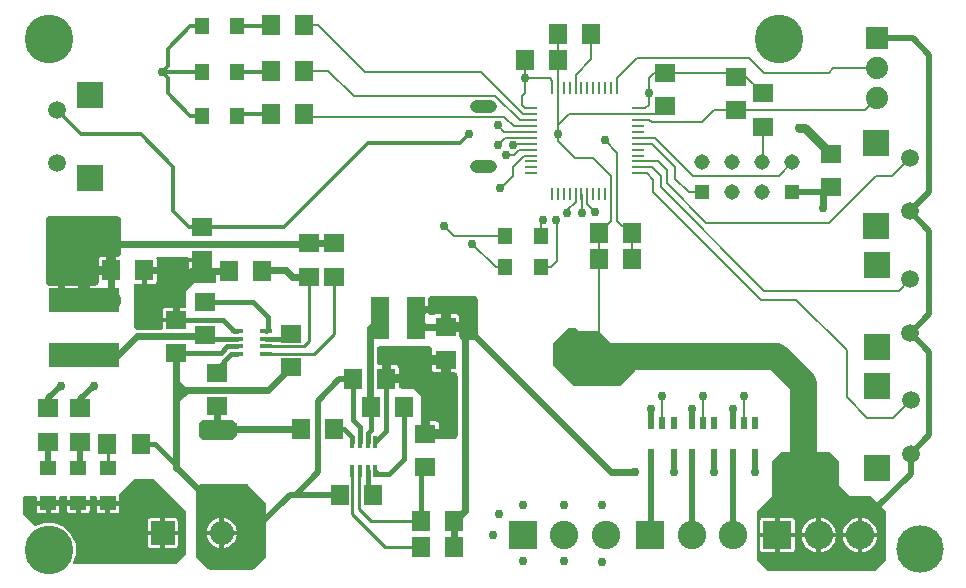
<source format=gbr>
G04 EAGLE Gerber X2 export*
%TF.Part,Single*%
%TF.FileFunction,Copper,L1,Top,Mixed*%
%TF.FilePolarity,Positive*%
%TF.GenerationSoftware,Autodesk,EAGLE,9.1.1*%
%TF.CreationDate,2018-07-30T19:22:14Z*%
G75*
%MOMM*%
%FSLAX34Y34*%
%LPD*%
%AMOC8*
5,1,8,0,0,1.08239X$1,22.5*%
G01*
%ADD10R,1.000000X0.200000*%
%ADD11R,0.200000X1.000000*%
%ADD12R,2.413000X2.413000*%
%ADD13C,2.413000*%
%ADD14R,2.250000X2.250000*%
%ADD15C,1.508000*%
%ADD16R,2.032000X2.032000*%
%ADD17C,2.032000*%
%ADD18R,1.400000X1.200000*%
%ADD19R,1.200000X1.400000*%
%ADD20R,1.879600X1.879600*%
%ADD21C,1.879600*%
%ADD22R,1.308000X1.308000*%
%ADD23C,1.308000*%
%ADD24R,0.550000X1.000000*%
%ADD25R,1.600000X1.803000*%
%ADD26R,1.803000X1.600000*%
%ADD27R,1.800000X1.600000*%
%ADD28R,1.600000X1.800000*%
%ADD29C,1.117600*%
%ADD30R,1.000000X0.450000*%
%ADD31R,0.450000X1.000000*%
%ADD32R,1.500000X3.600000*%
%ADD33R,6.000000X2.000000*%
%ADD34C,0.508000*%
%ADD35C,0.152400*%
%ADD36C,0.457200*%
%ADD37C,0.609600*%
%ADD38C,0.756400*%
%ADD39C,0.203200*%
%ADD40C,0.304800*%
%ADD41C,2.286000*%
%ADD42C,0.558800*%
%ADD43C,0.254000*%
%ADD44C,0.762000*%
%ADD45C,4.016000*%
%ADD46C,4.116000*%

G36*
X731263Y10173D02*
X731263Y10173D01*
X731350Y10176D01*
X731403Y10193D01*
X731457Y10201D01*
X731537Y10236D01*
X731621Y10263D01*
X731660Y10291D01*
X731717Y10317D01*
X731830Y10413D01*
X731894Y10458D01*
X740718Y19282D01*
X740770Y19352D01*
X740830Y19416D01*
X740856Y19465D01*
X740889Y19509D01*
X740920Y19591D01*
X740960Y19669D01*
X740968Y19717D01*
X740990Y19775D01*
X741002Y19923D01*
X741015Y20000D01*
X741015Y60000D01*
X741003Y60087D01*
X741000Y60174D01*
X740983Y60227D01*
X740975Y60282D01*
X740940Y60361D01*
X740913Y60445D01*
X740885Y60484D01*
X740859Y60541D01*
X740763Y60654D01*
X740718Y60718D01*
X728218Y73218D01*
X728148Y73270D01*
X728084Y73330D01*
X728035Y73356D01*
X727991Y73389D01*
X727909Y73420D01*
X727831Y73460D01*
X727784Y73468D01*
X727725Y73490D01*
X727577Y73502D01*
X727500Y73515D01*
X710421Y73515D01*
X701015Y82921D01*
X701015Y102500D01*
X701003Y102587D01*
X701000Y102674D01*
X700983Y102727D01*
X700975Y102782D01*
X700940Y102861D01*
X700913Y102945D01*
X700885Y102984D01*
X700859Y103041D01*
X700763Y103154D01*
X700749Y103174D01*
X700743Y103184D01*
X700739Y103188D01*
X700718Y103218D01*
X693218Y110718D01*
X693148Y110770D01*
X693084Y110830D01*
X693035Y110856D01*
X692991Y110889D01*
X692909Y110920D01*
X692831Y110960D01*
X692784Y110968D01*
X692725Y110990D01*
X692577Y111002D01*
X692500Y111015D01*
X652500Y111015D01*
X652413Y111003D01*
X652326Y111000D01*
X652273Y110983D01*
X652219Y110975D01*
X652139Y110940D01*
X652055Y110913D01*
X652016Y110885D01*
X651959Y110859D01*
X651846Y110763D01*
X651782Y110718D01*
X644282Y103218D01*
X644230Y103148D01*
X644170Y103084D01*
X644144Y103035D01*
X644111Y102991D01*
X644080Y102909D01*
X644040Y102831D01*
X644032Y102784D01*
X644010Y102725D01*
X643998Y102577D01*
X643985Y102500D01*
X643985Y72921D01*
X631782Y60718D01*
X631730Y60648D01*
X631670Y60584D01*
X631644Y60535D01*
X631611Y60491D01*
X631580Y60409D01*
X631540Y60331D01*
X631532Y60284D01*
X631510Y60225D01*
X631498Y60077D01*
X631485Y60000D01*
X631485Y20000D01*
X631497Y19913D01*
X631500Y19826D01*
X631517Y19773D01*
X631525Y19719D01*
X631560Y19639D01*
X631587Y19555D01*
X631615Y19516D01*
X631641Y19459D01*
X631737Y19346D01*
X631782Y19282D01*
X640606Y10458D01*
X640676Y10406D01*
X640740Y10346D01*
X640789Y10320D01*
X640833Y10287D01*
X640915Y10256D01*
X640993Y10216D01*
X641041Y10208D01*
X641099Y10186D01*
X641247Y10174D01*
X641324Y10161D01*
X731176Y10161D01*
X731263Y10173D01*
G37*
G36*
X140087Y16497D02*
X140087Y16497D01*
X140174Y16500D01*
X140227Y16517D01*
X140282Y16525D01*
X140361Y16560D01*
X140445Y16587D01*
X140484Y16615D01*
X140541Y16641D01*
X140654Y16737D01*
X140718Y16782D01*
X148218Y24282D01*
X148270Y24352D01*
X148330Y24416D01*
X148356Y24465D01*
X148389Y24509D01*
X148420Y24591D01*
X148460Y24669D01*
X148468Y24717D01*
X148490Y24775D01*
X148502Y24923D01*
X148515Y25000D01*
X148515Y60000D01*
X148503Y60087D01*
X148500Y60174D01*
X148483Y60227D01*
X148475Y60282D01*
X148440Y60361D01*
X148413Y60445D01*
X148385Y60484D01*
X148359Y60541D01*
X148263Y60654D01*
X148218Y60718D01*
X120718Y88218D01*
X120648Y88270D01*
X120584Y88330D01*
X120535Y88356D01*
X120491Y88389D01*
X120409Y88420D01*
X120331Y88460D01*
X120284Y88468D01*
X120225Y88490D01*
X120077Y88502D01*
X120000Y88515D01*
X105000Y88515D01*
X104913Y88503D01*
X104826Y88500D01*
X104773Y88483D01*
X104719Y88475D01*
X104639Y88440D01*
X104555Y88413D01*
X104516Y88385D01*
X104459Y88359D01*
X104346Y88263D01*
X104282Y88218D01*
X91608Y75544D01*
X91561Y75482D01*
X91507Y75426D01*
X91476Y75369D01*
X91437Y75317D01*
X91410Y75244D01*
X91373Y75175D01*
X91359Y75112D01*
X91336Y75051D01*
X91330Y74974D01*
X91313Y74897D01*
X91319Y74842D01*
X91313Y74768D01*
X91338Y74641D01*
X91345Y74563D01*
X91541Y73834D01*
X91541Y69531D01*
X83016Y69531D01*
X82958Y69523D01*
X82900Y69524D01*
X82818Y69503D01*
X82735Y69491D01*
X82681Y69467D01*
X82625Y69453D01*
X82552Y69410D01*
X82475Y69375D01*
X82431Y69337D01*
X82380Y69307D01*
X82323Y69246D01*
X82258Y69191D01*
X82226Y69143D01*
X82186Y69100D01*
X82147Y69025D01*
X82101Y68955D01*
X82083Y68899D01*
X82056Y68847D01*
X82045Y68779D01*
X82015Y68684D01*
X82012Y68584D01*
X82001Y68516D01*
X82001Y67499D01*
X81999Y67499D01*
X81999Y68516D01*
X81991Y68574D01*
X81992Y68632D01*
X81971Y68714D01*
X81959Y68797D01*
X81935Y68851D01*
X81921Y68907D01*
X81878Y68980D01*
X81843Y69057D01*
X81805Y69101D01*
X81775Y69152D01*
X81714Y69209D01*
X81659Y69274D01*
X81611Y69306D01*
X81568Y69346D01*
X81493Y69385D01*
X81423Y69431D01*
X81367Y69449D01*
X81315Y69476D01*
X81247Y69487D01*
X81152Y69517D01*
X81052Y69520D01*
X80984Y69531D01*
X72459Y69531D01*
X72459Y72500D01*
X72451Y72558D01*
X72453Y72616D01*
X72431Y72698D01*
X72419Y72782D01*
X72396Y72835D01*
X72381Y72891D01*
X72338Y72964D01*
X72303Y73041D01*
X72265Y73086D01*
X72236Y73136D01*
X72174Y73194D01*
X72120Y73258D01*
X72071Y73290D01*
X72028Y73330D01*
X71953Y73369D01*
X71883Y73416D01*
X71827Y73433D01*
X71775Y73460D01*
X71707Y73471D01*
X71612Y73501D01*
X71512Y73504D01*
X71444Y73515D01*
X67556Y73515D01*
X67498Y73507D01*
X67440Y73509D01*
X67358Y73487D01*
X67274Y73475D01*
X67221Y73452D01*
X67165Y73437D01*
X67092Y73394D01*
X67015Y73359D01*
X66970Y73321D01*
X66920Y73292D01*
X66862Y73230D01*
X66798Y73176D01*
X66766Y73127D01*
X66726Y73084D01*
X66687Y73009D01*
X66640Y72939D01*
X66623Y72883D01*
X66596Y72831D01*
X66585Y72763D01*
X66555Y72668D01*
X66552Y72568D01*
X66541Y72500D01*
X66541Y69731D01*
X58016Y69731D01*
X57958Y69723D01*
X57900Y69724D01*
X57818Y69703D01*
X57735Y69691D01*
X57681Y69667D01*
X57625Y69653D01*
X57552Y69610D01*
X57475Y69575D01*
X57431Y69537D01*
X57380Y69507D01*
X57323Y69446D01*
X57258Y69391D01*
X57226Y69343D01*
X57186Y69300D01*
X57147Y69225D01*
X57101Y69155D01*
X57083Y69099D01*
X57056Y69047D01*
X57045Y68979D01*
X57015Y68884D01*
X57012Y68784D01*
X57001Y68716D01*
X57001Y67699D01*
X56999Y67699D01*
X56999Y68716D01*
X56991Y68774D01*
X56992Y68832D01*
X56971Y68914D01*
X56959Y68997D01*
X56935Y69051D01*
X56921Y69107D01*
X56878Y69180D01*
X56843Y69257D01*
X56805Y69301D01*
X56775Y69352D01*
X56714Y69409D01*
X56659Y69474D01*
X56611Y69506D01*
X56568Y69546D01*
X56493Y69585D01*
X56423Y69631D01*
X56367Y69649D01*
X56315Y69676D01*
X56247Y69687D01*
X56152Y69717D01*
X56052Y69720D01*
X55984Y69731D01*
X47459Y69731D01*
X47459Y72500D01*
X47451Y72558D01*
X47453Y72616D01*
X47431Y72698D01*
X47419Y72782D01*
X47396Y72835D01*
X47381Y72891D01*
X47338Y72964D01*
X47303Y73041D01*
X47265Y73086D01*
X47236Y73136D01*
X47174Y73194D01*
X47120Y73258D01*
X47071Y73290D01*
X47028Y73330D01*
X46953Y73369D01*
X46883Y73416D01*
X46827Y73433D01*
X46775Y73460D01*
X46707Y73471D01*
X46612Y73501D01*
X46512Y73504D01*
X46444Y73515D01*
X41956Y73515D01*
X41898Y73507D01*
X41840Y73509D01*
X41758Y73487D01*
X41674Y73475D01*
X41621Y73452D01*
X41565Y73437D01*
X41492Y73394D01*
X41415Y73359D01*
X41370Y73321D01*
X41320Y73292D01*
X41262Y73230D01*
X41198Y73176D01*
X41166Y73127D01*
X41126Y73084D01*
X41087Y73009D01*
X41040Y72939D01*
X41023Y72883D01*
X40996Y72831D01*
X40985Y72763D01*
X40955Y72668D01*
X40952Y72568D01*
X40941Y72500D01*
X40941Y69731D01*
X32416Y69731D01*
X32358Y69723D01*
X32300Y69724D01*
X32218Y69703D01*
X32135Y69691D01*
X32081Y69667D01*
X32025Y69653D01*
X31952Y69610D01*
X31875Y69575D01*
X31831Y69537D01*
X31780Y69507D01*
X31723Y69446D01*
X31658Y69391D01*
X31626Y69343D01*
X31586Y69300D01*
X31547Y69225D01*
X31501Y69155D01*
X31483Y69099D01*
X31456Y69047D01*
X31445Y68979D01*
X31415Y68884D01*
X31412Y68784D01*
X31401Y68716D01*
X31401Y67699D01*
X31399Y67699D01*
X31399Y68716D01*
X31391Y68774D01*
X31392Y68832D01*
X31371Y68914D01*
X31359Y68997D01*
X31335Y69051D01*
X31321Y69107D01*
X31278Y69180D01*
X31243Y69257D01*
X31205Y69301D01*
X31175Y69352D01*
X31114Y69409D01*
X31059Y69474D01*
X31011Y69506D01*
X30968Y69546D01*
X30893Y69585D01*
X30823Y69631D01*
X30767Y69649D01*
X30715Y69676D01*
X30647Y69687D01*
X30552Y69717D01*
X30452Y69720D01*
X30384Y69731D01*
X21859Y69731D01*
X21859Y72500D01*
X21851Y72558D01*
X21853Y72616D01*
X21831Y72698D01*
X21819Y72781D01*
X21796Y72835D01*
X21781Y72891D01*
X21738Y72964D01*
X21703Y73041D01*
X21665Y73086D01*
X21636Y73136D01*
X21574Y73194D01*
X21520Y73258D01*
X21471Y73290D01*
X21428Y73330D01*
X21353Y73369D01*
X21283Y73415D01*
X21227Y73433D01*
X21175Y73460D01*
X21107Y73471D01*
X21012Y73501D01*
X20912Y73504D01*
X20844Y73515D01*
X11176Y73515D01*
X11118Y73507D01*
X11060Y73509D01*
X10978Y73487D01*
X10894Y73475D01*
X10841Y73451D01*
X10785Y73437D01*
X10712Y73394D01*
X10635Y73359D01*
X10590Y73321D01*
X10540Y73291D01*
X10482Y73230D01*
X10418Y73175D01*
X10386Y73127D01*
X10346Y73084D01*
X10307Y73009D01*
X10260Y72939D01*
X10243Y72883D01*
X10216Y72831D01*
X10205Y72763D01*
X10175Y72668D01*
X10172Y72568D01*
X10161Y72500D01*
X10161Y58824D01*
X10173Y58737D01*
X10176Y58650D01*
X10193Y58597D01*
X10201Y58543D01*
X10236Y58463D01*
X10263Y58379D01*
X10291Y58340D01*
X10317Y58283D01*
X10413Y58170D01*
X10458Y58106D01*
X20057Y48507D01*
X20058Y48506D01*
X20059Y48505D01*
X20174Y48419D01*
X20284Y48336D01*
X20286Y48336D01*
X20287Y48335D01*
X20420Y48284D01*
X20550Y48235D01*
X20551Y48235D01*
X20553Y48234D01*
X20697Y48223D01*
X20833Y48212D01*
X20835Y48212D01*
X20836Y48212D01*
X20852Y48215D01*
X21112Y48267D01*
X21139Y48282D01*
X21163Y48287D01*
X27502Y50913D01*
X36498Y50913D01*
X44809Y47470D01*
X51170Y41109D01*
X54613Y32798D01*
X54613Y23802D01*
X52163Y17889D01*
X52135Y17777D01*
X52100Y17668D01*
X52099Y17640D01*
X52092Y17613D01*
X52096Y17499D01*
X52093Y17384D01*
X52100Y17357D01*
X52100Y17329D01*
X52136Y17220D01*
X52164Y17109D01*
X52179Y17085D01*
X52187Y17058D01*
X52251Y16963D01*
X52310Y16864D01*
X52330Y16845D01*
X52345Y16822D01*
X52433Y16748D01*
X52517Y16670D01*
X52542Y16657D01*
X52563Y16639D01*
X52668Y16593D01*
X52770Y16540D01*
X52795Y16536D01*
X52823Y16524D01*
X53087Y16487D01*
X53101Y16485D01*
X140000Y16485D01*
X140087Y16497D01*
G37*
G36*
X205087Y11497D02*
X205087Y11497D01*
X205174Y11500D01*
X205227Y11517D01*
X205282Y11525D01*
X205361Y11560D01*
X205445Y11587D01*
X205484Y11615D01*
X205541Y11641D01*
X205654Y11737D01*
X205718Y11782D01*
X215718Y21782D01*
X215770Y21852D01*
X215830Y21916D01*
X215856Y21965D01*
X215889Y22009D01*
X215920Y22091D01*
X215960Y22169D01*
X215968Y22217D01*
X215990Y22275D01*
X216002Y22423D01*
X216015Y22500D01*
X216015Y67500D01*
X216003Y67587D01*
X216000Y67674D01*
X215983Y67727D01*
X215975Y67782D01*
X215940Y67861D01*
X215913Y67945D01*
X215885Y67984D01*
X215859Y68041D01*
X215763Y68154D01*
X215718Y68218D01*
X200718Y83218D01*
X200648Y83270D01*
X200584Y83330D01*
X200535Y83356D01*
X200491Y83389D01*
X200409Y83420D01*
X200331Y83460D01*
X200284Y83468D01*
X200225Y83490D01*
X200077Y83502D01*
X200000Y83515D01*
X160000Y83515D01*
X159913Y83503D01*
X159826Y83500D01*
X159773Y83483D01*
X159719Y83475D01*
X159639Y83440D01*
X159555Y83413D01*
X159516Y83385D01*
X159459Y83359D01*
X159346Y83263D01*
X159282Y83218D01*
X156782Y80718D01*
X156730Y80648D01*
X156670Y80584D01*
X156644Y80535D01*
X156611Y80491D01*
X156580Y80409D01*
X156540Y80331D01*
X156532Y80284D01*
X156510Y80225D01*
X156498Y80077D01*
X156485Y80000D01*
X156485Y22500D01*
X156497Y22413D01*
X156500Y22326D01*
X156517Y22273D01*
X156525Y22219D01*
X156560Y22139D01*
X156587Y22055D01*
X156615Y22016D01*
X156641Y21959D01*
X156737Y21846D01*
X156782Y21782D01*
X166782Y11782D01*
X166852Y11730D01*
X166916Y11670D01*
X166965Y11644D01*
X167009Y11611D01*
X167091Y11580D01*
X167169Y11540D01*
X167217Y11532D01*
X167275Y11510D01*
X167423Y11498D01*
X167500Y11485D01*
X205000Y11485D01*
X205087Y11497D01*
G37*
G36*
X90076Y234307D02*
X90076Y234307D01*
X90152Y234305D01*
X90321Y234327D01*
X90492Y234341D01*
X90566Y234359D01*
X90641Y234369D01*
X90805Y234418D01*
X90971Y234459D01*
X91040Y234489D01*
X91114Y234511D01*
X91267Y234587D01*
X91424Y234654D01*
X91488Y234695D01*
X91557Y234728D01*
X91696Y234827D01*
X91840Y234919D01*
X91897Y234970D01*
X91959Y235014D01*
X92080Y235134D01*
X92208Y235248D01*
X92256Y235307D01*
X92310Y235360D01*
X92411Y235499D01*
X92518Y235631D01*
X92555Y235698D01*
X92600Y235759D01*
X92677Y235912D01*
X92762Y236060D01*
X92788Y236132D01*
X92823Y236200D01*
X92874Y236363D01*
X92933Y236523D01*
X92948Y236597D01*
X92971Y236670D01*
X92983Y236775D01*
X93028Y237007D01*
X93035Y237243D01*
X93047Y237348D01*
X93047Y241252D01*
X93041Y241328D01*
X93043Y241404D01*
X93021Y241573D01*
X93007Y241744D01*
X92989Y241818D01*
X92979Y241893D01*
X92930Y242057D01*
X92889Y242223D01*
X92859Y242292D01*
X92837Y242366D01*
X92761Y242519D01*
X92694Y242676D01*
X92653Y242740D01*
X92620Y242809D01*
X92521Y242948D01*
X92429Y243092D01*
X92378Y243149D01*
X92334Y243211D01*
X92214Y243332D01*
X92100Y243460D01*
X92041Y243508D01*
X91987Y243562D01*
X91849Y243663D01*
X91716Y243770D01*
X91650Y243807D01*
X91589Y243852D01*
X91436Y243929D01*
X91288Y244014D01*
X91216Y244040D01*
X91148Y244075D01*
X90985Y244126D01*
X90825Y244185D01*
X90750Y244200D01*
X90678Y244223D01*
X90573Y244235D01*
X90341Y244280D01*
X90105Y244287D01*
X90000Y244299D01*
X66499Y244299D01*
X66499Y251841D01*
X71132Y251841D01*
X71359Y251859D01*
X71587Y251875D01*
X71605Y251879D01*
X71624Y251881D01*
X71845Y251936D01*
X72067Y251988D01*
X72085Y251995D01*
X72103Y251999D01*
X72312Y252089D01*
X72523Y252176D01*
X72539Y252186D01*
X72556Y252194D01*
X72748Y252316D01*
X72942Y252436D01*
X72957Y252449D01*
X72972Y252459D01*
X73141Y252610D01*
X73314Y252761D01*
X73326Y252775D01*
X73340Y252788D01*
X73483Y252965D01*
X73629Y253140D01*
X73638Y253157D01*
X73650Y253171D01*
X73763Y253370D01*
X73878Y253566D01*
X73885Y253584D01*
X73894Y253600D01*
X73974Y253815D01*
X74055Y254027D01*
X74059Y254045D01*
X74066Y254063D01*
X74110Y254286D01*
X74156Y254510D01*
X74157Y254528D01*
X74161Y254547D01*
X74168Y254774D01*
X74178Y255002D01*
X74175Y255018D01*
X74176Y255040D01*
X74159Y255167D01*
X74159Y260701D01*
X83748Y260701D01*
X83824Y260707D01*
X83900Y260705D01*
X84069Y260727D01*
X84240Y260741D01*
X84313Y260759D01*
X84389Y260769D01*
X84553Y260818D01*
X84718Y260859D01*
X84788Y260889D01*
X84861Y260911D01*
X85015Y260987D01*
X85172Y261054D01*
X85236Y261095D01*
X85304Y261128D01*
X85444Y261227D01*
X85588Y261319D01*
X85645Y261370D01*
X85707Y261414D01*
X85828Y261534D01*
X85956Y261648D01*
X86004Y261707D01*
X86058Y261760D01*
X86158Y261899D01*
X86266Y262031D01*
X86303Y262098D01*
X86348Y262159D01*
X86425Y262312D01*
X86510Y262460D01*
X86536Y262532D01*
X86570Y262600D01*
X86622Y262763D01*
X86622Y262764D01*
X86623Y262764D01*
X86692Y262794D01*
X86766Y262816D01*
X86919Y262891D01*
X87076Y262958D01*
X87140Y262999D01*
X87209Y263033D01*
X87348Y263131D01*
X87492Y263223D01*
X87549Y263274D01*
X87611Y263318D01*
X87732Y263438D01*
X87860Y263552D01*
X87908Y263611D01*
X87962Y263665D01*
X88063Y263803D01*
X88170Y263936D01*
X88207Y264002D01*
X88252Y264064D01*
X88329Y264216D01*
X88414Y264365D01*
X88440Y264436D01*
X88475Y264504D01*
X88526Y264667D01*
X88585Y264827D01*
X88600Y264902D01*
X88623Y264974D01*
X88635Y265079D01*
X88680Y265311D01*
X88687Y265547D01*
X88699Y265652D01*
X88699Y276241D01*
X90000Y276241D01*
X90076Y276247D01*
X90152Y276245D01*
X90321Y276267D01*
X90492Y276281D01*
X90566Y276299D01*
X90641Y276309D01*
X90805Y276358D01*
X90971Y276399D01*
X91040Y276429D01*
X91114Y276451D01*
X91267Y276527D01*
X91424Y276594D01*
X91488Y276635D01*
X91557Y276668D01*
X91696Y276767D01*
X91840Y276859D01*
X91897Y276910D01*
X91959Y276954D01*
X92080Y277074D01*
X92208Y277188D01*
X92256Y277247D01*
X92310Y277301D01*
X92411Y277439D01*
X92518Y277572D01*
X92555Y277638D01*
X92600Y277699D01*
X92677Y277852D01*
X92762Y278000D01*
X92788Y278072D01*
X92823Y278140D01*
X92874Y278303D01*
X92933Y278463D01*
X92948Y278538D01*
X92971Y278610D01*
X92983Y278715D01*
X93028Y278947D01*
X93035Y279183D01*
X93047Y279288D01*
X93047Y307500D01*
X93043Y307558D01*
X93043Y307587D01*
X93042Y307599D01*
X93043Y307652D01*
X93021Y307821D01*
X93007Y307992D01*
X92989Y308066D01*
X92979Y308141D01*
X92930Y308305D01*
X92889Y308471D01*
X92859Y308540D01*
X92837Y308614D01*
X92761Y308767D01*
X92694Y308924D01*
X92653Y308988D01*
X92620Y309057D01*
X92521Y309196D01*
X92429Y309340D01*
X92378Y309397D01*
X92334Y309459D01*
X92214Y309580D01*
X92100Y309708D01*
X92041Y309756D01*
X91987Y309810D01*
X91849Y309911D01*
X91716Y310018D01*
X91650Y310055D01*
X91589Y310100D01*
X91436Y310177D01*
X91288Y310262D01*
X91216Y310288D01*
X91148Y310323D01*
X90985Y310374D01*
X90825Y310433D01*
X90750Y310448D01*
X90678Y310471D01*
X90573Y310483D01*
X90341Y310528D01*
X90105Y310535D01*
X90000Y310547D01*
X32500Y310547D01*
X32424Y310541D01*
X32348Y310543D01*
X32179Y310521D01*
X32008Y310507D01*
X31934Y310489D01*
X31859Y310479D01*
X31695Y310430D01*
X31529Y310389D01*
X31460Y310359D01*
X31387Y310337D01*
X31233Y310261D01*
X31076Y310194D01*
X31012Y310153D01*
X30943Y310120D01*
X30804Y310021D01*
X30660Y309929D01*
X30603Y309878D01*
X30541Y309834D01*
X30420Y309714D01*
X30292Y309600D01*
X30244Y309541D01*
X30190Y309487D01*
X30089Y309349D01*
X29982Y309216D01*
X29945Y309150D01*
X29900Y309089D01*
X29823Y308936D01*
X29738Y308788D01*
X29712Y308716D01*
X29677Y308648D01*
X29626Y308485D01*
X29567Y308325D01*
X29552Y308250D01*
X29529Y308178D01*
X29517Y308073D01*
X29472Y307841D01*
X29465Y307605D01*
X29453Y307500D01*
X29453Y254888D01*
X29459Y254812D01*
X29457Y254736D01*
X29479Y254567D01*
X29493Y254396D01*
X29511Y254322D01*
X29521Y254247D01*
X29570Y254083D01*
X29611Y253917D01*
X29641Y253848D01*
X29663Y253774D01*
X29739Y253621D01*
X29806Y253464D01*
X29847Y253400D01*
X29880Y253331D01*
X29979Y253192D01*
X30071Y253048D01*
X30122Y252991D01*
X30166Y252929D01*
X30286Y252808D01*
X30400Y252680D01*
X30459Y252632D01*
X30513Y252578D01*
X30651Y252477D01*
X30784Y252370D01*
X30850Y252333D01*
X30911Y252288D01*
X31064Y252211D01*
X31212Y252126D01*
X31284Y252100D01*
X31352Y252065D01*
X31515Y252014D01*
X31675Y251955D01*
X31750Y251940D01*
X31822Y251917D01*
X31927Y251905D01*
X32159Y251860D01*
X32395Y251853D01*
X32500Y251841D01*
X56501Y251841D01*
X56501Y241252D01*
X56507Y241176D01*
X56505Y241100D01*
X56527Y240931D01*
X56541Y240760D01*
X56559Y240687D01*
X56569Y240611D01*
X56618Y240447D01*
X56659Y240282D01*
X56689Y240212D01*
X56711Y240139D01*
X56787Y239985D01*
X56854Y239828D01*
X56895Y239764D01*
X56928Y239696D01*
X57027Y239556D01*
X57119Y239412D01*
X57170Y239355D01*
X57214Y239293D01*
X57334Y239172D01*
X57448Y239044D01*
X57507Y238996D01*
X57560Y238942D01*
X57699Y238842D01*
X57831Y238734D01*
X57898Y238697D01*
X57959Y238652D01*
X58112Y238575D01*
X58260Y238490D01*
X58332Y238464D01*
X58400Y238430D01*
X58563Y238378D01*
X58723Y238319D01*
X58797Y238304D01*
X58870Y238281D01*
X58975Y238269D01*
X59207Y238224D01*
X59443Y238217D01*
X59548Y238205D01*
X60405Y238205D01*
X60405Y237348D01*
X60411Y237272D01*
X60409Y237196D01*
X60431Y237027D01*
X60445Y236856D01*
X60463Y236782D01*
X60473Y236707D01*
X60523Y236543D01*
X60564Y236377D01*
X60594Y236307D01*
X60616Y236234D01*
X60691Y236081D01*
X60758Y235924D01*
X60799Y235860D01*
X60833Y235791D01*
X60931Y235652D01*
X61023Y235508D01*
X61074Y235451D01*
X61118Y235389D01*
X61238Y235267D01*
X61352Y235140D01*
X61411Y235092D01*
X61465Y235038D01*
X61603Y234937D01*
X61736Y234830D01*
X61802Y234793D01*
X61864Y234748D01*
X62016Y234671D01*
X62165Y234586D01*
X62236Y234560D01*
X62304Y234525D01*
X62467Y234474D01*
X62627Y234415D01*
X62702Y234400D01*
X62774Y234377D01*
X62879Y234365D01*
X63111Y234320D01*
X63347Y234313D01*
X63452Y234301D01*
X90000Y234301D01*
X90076Y234307D01*
G37*
G36*
X375076Y121959D02*
X375076Y121959D01*
X375152Y121957D01*
X375321Y121979D01*
X375492Y121993D01*
X375566Y122011D01*
X375641Y122021D01*
X375805Y122070D01*
X375971Y122111D01*
X376040Y122141D01*
X376114Y122163D01*
X376267Y122239D01*
X376424Y122306D01*
X376488Y122347D01*
X376557Y122380D01*
X376696Y122479D01*
X376840Y122571D01*
X376897Y122622D01*
X376959Y122666D01*
X377080Y122786D01*
X377208Y122900D01*
X377256Y122959D01*
X377310Y123013D01*
X377411Y123151D01*
X377518Y123284D01*
X377555Y123350D01*
X377600Y123411D01*
X377677Y123564D01*
X377762Y123712D01*
X377788Y123784D01*
X377823Y123852D01*
X377874Y124015D01*
X377933Y124175D01*
X377948Y124250D01*
X377971Y124322D01*
X377983Y124427D01*
X378028Y124659D01*
X378035Y124895D01*
X378047Y125000D01*
X378047Y175412D01*
X378041Y175488D01*
X378043Y175564D01*
X378021Y175733D01*
X378007Y175904D01*
X377989Y175978D01*
X377979Y176053D01*
X377930Y176217D01*
X377889Y176383D01*
X377859Y176453D01*
X377837Y176526D01*
X377761Y176679D01*
X377694Y176836D01*
X377653Y176900D01*
X377620Y176969D01*
X377521Y177108D01*
X377429Y177252D01*
X377378Y177309D01*
X377334Y177371D01*
X377214Y177493D01*
X377100Y177620D01*
X377041Y177668D01*
X376987Y177722D01*
X376849Y177823D01*
X376716Y177930D01*
X376650Y177967D01*
X376589Y178012D01*
X376436Y178089D01*
X376288Y178174D01*
X376216Y178200D01*
X376148Y178235D01*
X375985Y178286D01*
X375825Y178345D01*
X375750Y178360D01*
X375678Y178383D01*
X375573Y178395D01*
X375341Y178440D01*
X375105Y178447D01*
X375000Y178459D01*
X372099Y178459D01*
X372099Y188048D01*
X372093Y188124D01*
X372095Y188200D01*
X372073Y188369D01*
X372059Y188540D01*
X372041Y188613D01*
X372031Y188689D01*
X371982Y188853D01*
X371941Y189018D01*
X371911Y189088D01*
X371889Y189161D01*
X371813Y189315D01*
X371746Y189472D01*
X371705Y189536D01*
X371672Y189604D01*
X371573Y189744D01*
X371481Y189888D01*
X371430Y189945D01*
X371386Y190007D01*
X371266Y190128D01*
X371152Y190256D01*
X371093Y190304D01*
X371039Y190358D01*
X370901Y190458D01*
X370768Y190566D01*
X370702Y190603D01*
X370641Y190648D01*
X370488Y190725D01*
X370340Y190810D01*
X370268Y190836D01*
X370200Y190870D01*
X370037Y190922D01*
X370036Y190922D01*
X370036Y190923D01*
X370006Y190992D01*
X369984Y191066D01*
X369909Y191219D01*
X369842Y191376D01*
X369801Y191440D01*
X369767Y191509D01*
X369669Y191648D01*
X369577Y191792D01*
X369526Y191849D01*
X369482Y191911D01*
X369362Y192032D01*
X369248Y192160D01*
X369189Y192208D01*
X369135Y192262D01*
X368997Y192363D01*
X368864Y192470D01*
X368798Y192507D01*
X368736Y192552D01*
X368584Y192629D01*
X368435Y192714D01*
X368364Y192740D01*
X368296Y192775D01*
X368133Y192826D01*
X367973Y192885D01*
X367898Y192900D01*
X367826Y192923D01*
X367721Y192935D01*
X367489Y192980D01*
X367253Y192987D01*
X367148Y192999D01*
X356559Y192999D01*
X356559Y197500D01*
X356553Y197576D01*
X356555Y197652D01*
X356533Y197821D01*
X356519Y197992D01*
X356501Y198066D01*
X356491Y198141D01*
X356442Y198305D01*
X356401Y198471D01*
X356371Y198540D01*
X356349Y198614D01*
X356273Y198767D01*
X356206Y198924D01*
X356165Y198988D01*
X356132Y199057D01*
X356033Y199196D01*
X355941Y199340D01*
X355890Y199397D01*
X355846Y199459D01*
X355726Y199580D01*
X355612Y199708D01*
X355553Y199756D01*
X355499Y199810D01*
X355361Y199911D01*
X355228Y200018D01*
X355162Y200055D01*
X355101Y200100D01*
X354948Y200177D01*
X354800Y200262D01*
X354728Y200288D01*
X354660Y200323D01*
X354497Y200374D01*
X354337Y200433D01*
X354262Y200448D01*
X354190Y200471D01*
X354085Y200483D01*
X353853Y200528D01*
X353617Y200535D01*
X353512Y200547D01*
X312500Y200547D01*
X312424Y200541D01*
X312348Y200543D01*
X312179Y200521D01*
X312008Y200507D01*
X311934Y200489D01*
X311859Y200479D01*
X311695Y200430D01*
X311529Y200389D01*
X311460Y200359D01*
X311387Y200337D01*
X311233Y200261D01*
X311076Y200194D01*
X311012Y200153D01*
X310943Y200120D01*
X310804Y200021D01*
X310660Y199929D01*
X310603Y199878D01*
X310541Y199834D01*
X310420Y199714D01*
X310292Y199600D01*
X310244Y199541D01*
X310190Y199487D01*
X310089Y199349D01*
X309982Y199216D01*
X309945Y199150D01*
X309900Y199089D01*
X309823Y198936D01*
X309738Y198788D01*
X309712Y198716D01*
X309677Y198648D01*
X309626Y198485D01*
X309567Y198325D01*
X309552Y198250D01*
X309529Y198178D01*
X309517Y198073D01*
X309472Y197841D01*
X309465Y197605D01*
X309453Y197500D01*
X309453Y187688D01*
X309459Y187612D01*
X309457Y187536D01*
X309479Y187367D01*
X309493Y187196D01*
X309511Y187122D01*
X309521Y187047D01*
X309570Y186883D01*
X309611Y186717D01*
X309641Y186648D01*
X309663Y186574D01*
X309739Y186421D01*
X309806Y186264D01*
X309847Y186200D01*
X309880Y186131D01*
X309979Y185992D01*
X310071Y185848D01*
X310122Y185791D01*
X310166Y185729D01*
X310286Y185608D01*
X310400Y185480D01*
X310459Y185432D01*
X310513Y185378D01*
X310651Y185277D01*
X310784Y185170D01*
X310850Y185133D01*
X310911Y185088D01*
X311064Y185011D01*
X311212Y184926D01*
X311284Y184900D01*
X311352Y184865D01*
X311515Y184814D01*
X311675Y184755D01*
X311750Y184740D01*
X311822Y184717D01*
X311927Y184705D01*
X312159Y184660D01*
X312395Y184653D01*
X312500Y184641D01*
X313701Y184641D01*
X313701Y174052D01*
X313707Y173976D01*
X313705Y173900D01*
X313727Y173731D01*
X313741Y173560D01*
X313759Y173487D01*
X313769Y173411D01*
X313818Y173247D01*
X313859Y173082D01*
X313889Y173012D01*
X313911Y172939D01*
X313987Y172785D01*
X314054Y172628D01*
X314095Y172564D01*
X314128Y172496D01*
X314227Y172356D01*
X314319Y172212D01*
X314370Y172155D01*
X314414Y172093D01*
X314534Y171972D01*
X314648Y171844D01*
X314707Y171796D01*
X314760Y171742D01*
X314899Y171642D01*
X315031Y171534D01*
X315098Y171497D01*
X315159Y171452D01*
X315312Y171375D01*
X315460Y171290D01*
X315532Y171264D01*
X315600Y171230D01*
X315763Y171178D01*
X315764Y171178D01*
X315764Y171177D01*
X315794Y171107D01*
X315816Y171034D01*
X315891Y170881D01*
X315958Y170724D01*
X315999Y170660D01*
X316033Y170591D01*
X316131Y170452D01*
X316223Y170308D01*
X316274Y170251D01*
X316318Y170189D01*
X316438Y170067D01*
X316552Y169940D01*
X316611Y169892D01*
X316665Y169838D01*
X316803Y169737D01*
X316936Y169630D01*
X317002Y169593D01*
X317064Y169548D01*
X317216Y169471D01*
X317365Y169386D01*
X317436Y169360D01*
X317504Y169325D01*
X317667Y169274D01*
X317827Y169215D01*
X317902Y169200D01*
X317974Y169177D01*
X318079Y169165D01*
X318311Y169120D01*
X318547Y169113D01*
X318652Y169101D01*
X328241Y169101D01*
X328241Y167500D01*
X328247Y167424D01*
X328245Y167348D01*
X328267Y167179D01*
X328281Y167008D01*
X328299Y166934D01*
X328309Y166859D01*
X328358Y166695D01*
X328399Y166529D01*
X328429Y166460D01*
X328451Y166387D01*
X328527Y166233D01*
X328594Y166076D01*
X328635Y166012D01*
X328668Y165943D01*
X328767Y165804D01*
X328859Y165660D01*
X328910Y165603D01*
X328954Y165541D01*
X329074Y165420D01*
X329188Y165292D01*
X329247Y165244D01*
X329300Y165190D01*
X329439Y165089D01*
X329571Y164982D01*
X329638Y164945D01*
X329699Y164900D01*
X329852Y164823D01*
X330000Y164738D01*
X330072Y164712D01*
X330140Y164677D01*
X330303Y164626D01*
X330463Y164567D01*
X330537Y164552D01*
X330610Y164529D01*
X330715Y164517D01*
X330947Y164472D01*
X331183Y164465D01*
X331288Y164453D01*
X341238Y164453D01*
X346953Y158738D01*
X346953Y127372D01*
X346959Y127296D01*
X346957Y127220D01*
X346979Y127051D01*
X346993Y126880D01*
X347011Y126807D01*
X347021Y126731D01*
X347070Y126567D01*
X347111Y126402D01*
X347141Y126332D01*
X347163Y126259D01*
X347239Y126105D01*
X347306Y125948D01*
X347347Y125884D01*
X347380Y125816D01*
X347479Y125676D01*
X347571Y125532D01*
X347622Y125475D01*
X347666Y125413D01*
X347786Y125292D01*
X347900Y125164D01*
X347959Y125116D01*
X348013Y125062D01*
X348151Y124962D01*
X348284Y124854D01*
X348350Y124817D01*
X348411Y124772D01*
X348564Y124695D01*
X348623Y124661D01*
X348664Y124497D01*
X348694Y124427D01*
X348716Y124354D01*
X348791Y124201D01*
X348858Y124044D01*
X348899Y123980D01*
X348933Y123911D01*
X349031Y123772D01*
X349123Y123628D01*
X349174Y123571D01*
X349218Y123509D01*
X349338Y123387D01*
X349452Y123260D01*
X349511Y123212D01*
X349565Y123158D01*
X349703Y123057D01*
X349836Y122950D01*
X349902Y122913D01*
X349964Y122868D01*
X350116Y122791D01*
X350265Y122706D01*
X350336Y122680D01*
X350404Y122645D01*
X350567Y122594D01*
X350727Y122535D01*
X350802Y122520D01*
X350874Y122497D01*
X350979Y122485D01*
X351211Y122440D01*
X351447Y122433D01*
X351552Y122421D01*
X363585Y122421D01*
X363614Y122400D01*
X363767Y122323D01*
X363915Y122238D01*
X363987Y122212D01*
X364055Y122177D01*
X364218Y122126D01*
X364378Y122067D01*
X364452Y122052D01*
X364525Y122029D01*
X364630Y122017D01*
X364862Y121972D01*
X365098Y121965D01*
X365203Y121953D01*
X375000Y121953D01*
X375076Y121959D01*
G37*
G36*
X127302Y213993D02*
X127302Y213993D01*
X127360Y213991D01*
X127442Y214013D01*
X127526Y214025D01*
X127579Y214049D01*
X127635Y214063D01*
X127708Y214106D01*
X127785Y214141D01*
X127830Y214179D01*
X127880Y214209D01*
X127938Y214270D01*
X128002Y214325D01*
X128034Y214373D01*
X128074Y214416D01*
X128113Y214491D01*
X128160Y214561D01*
X128177Y214617D01*
X128204Y214669D01*
X128215Y214737D01*
X128245Y214832D01*
X128248Y214932D01*
X128259Y215000D01*
X128259Y220669D01*
X138784Y220669D01*
X138842Y220677D01*
X138900Y220675D01*
X138982Y220697D01*
X139065Y220709D01*
X139119Y220733D01*
X139175Y220747D01*
X139248Y220790D01*
X139325Y220825D01*
X139369Y220863D01*
X139420Y220893D01*
X139477Y220954D01*
X139542Y221009D01*
X139574Y221057D01*
X139614Y221100D01*
X139653Y221175D01*
X139699Y221245D01*
X139717Y221301D01*
X139744Y221353D01*
X139755Y221421D01*
X139785Y221516D01*
X139788Y221616D01*
X139799Y221684D01*
X139799Y222701D01*
X140816Y222701D01*
X140874Y222709D01*
X140932Y222708D01*
X141014Y222729D01*
X141097Y222741D01*
X141151Y222765D01*
X141207Y222779D01*
X141280Y222822D01*
X141357Y222857D01*
X141401Y222895D01*
X141452Y222925D01*
X141509Y222986D01*
X141574Y223041D01*
X141606Y223089D01*
X141646Y223132D01*
X141685Y223207D01*
X141731Y223277D01*
X141749Y223333D01*
X141776Y223385D01*
X141787Y223453D01*
X141817Y223548D01*
X141820Y223648D01*
X141831Y223716D01*
X141831Y233241D01*
X147500Y233241D01*
X147558Y233249D01*
X147616Y233247D01*
X147698Y233269D01*
X147782Y233281D01*
X147835Y233304D01*
X147891Y233319D01*
X147964Y233362D01*
X148041Y233397D01*
X148086Y233435D01*
X148136Y233464D01*
X148194Y233526D01*
X148258Y233580D01*
X148290Y233629D01*
X148330Y233672D01*
X148369Y233747D01*
X148416Y233817D01*
X148433Y233873D01*
X148460Y233925D01*
X148471Y233993D01*
X148501Y234088D01*
X148504Y234188D01*
X148515Y234256D01*
X148515Y247080D01*
X155421Y253985D01*
X172955Y253985D01*
X173004Y253992D01*
X173052Y253989D01*
X173144Y254011D01*
X173237Y254025D01*
X173281Y254045D01*
X173329Y254056D01*
X173410Y254102D01*
X173496Y254141D01*
X173534Y254172D01*
X173576Y254197D01*
X173642Y254264D01*
X173713Y254325D01*
X173740Y254365D01*
X173774Y254400D01*
X173819Y254483D01*
X173871Y254561D01*
X173886Y254608D01*
X173909Y254651D01*
X173928Y254743D01*
X173957Y254832D01*
X173958Y254881D01*
X173968Y254929D01*
X173961Y255003D01*
X173964Y255116D01*
X173942Y255200D01*
X173939Y255228D01*
X173939Y262505D01*
X173934Y262543D01*
X173936Y262582D01*
X173914Y262684D01*
X173899Y262786D01*
X173883Y262822D01*
X173875Y262860D01*
X173825Y262951D01*
X173783Y263046D01*
X173758Y263075D01*
X173739Y263110D01*
X173666Y263184D01*
X173599Y263263D01*
X173567Y263284D01*
X173540Y263312D01*
X173449Y263363D01*
X173363Y263420D01*
X173326Y263432D01*
X173292Y263451D01*
X173191Y263475D01*
X173092Y263506D01*
X173053Y263507D01*
X173015Y263516D01*
X172911Y263511D01*
X172808Y263513D01*
X172770Y263503D01*
X172731Y263501D01*
X172658Y263474D01*
X172533Y263441D01*
X172469Y263403D01*
X172416Y263384D01*
X171981Y263132D01*
X171334Y262959D01*
X164031Y262959D01*
X164031Y272484D01*
X164023Y272542D01*
X164024Y272600D01*
X164003Y272682D01*
X163991Y272765D01*
X163967Y272819D01*
X163953Y272875D01*
X163910Y272948D01*
X163875Y273025D01*
X163837Y273069D01*
X163807Y273120D01*
X163746Y273177D01*
X163691Y273242D01*
X163643Y273274D01*
X163600Y273314D01*
X163525Y273353D01*
X163455Y273399D01*
X163399Y273417D01*
X163347Y273444D01*
X163279Y273455D01*
X163184Y273485D01*
X163084Y273488D01*
X163016Y273499D01*
X161999Y273499D01*
X161999Y274516D01*
X161991Y274574D01*
X161992Y274632D01*
X161971Y274714D01*
X161959Y274797D01*
X161935Y274851D01*
X161921Y274907D01*
X161878Y274980D01*
X161843Y275057D01*
X161805Y275101D01*
X161775Y275152D01*
X161714Y275209D01*
X161659Y275274D01*
X161611Y275306D01*
X161568Y275346D01*
X161493Y275385D01*
X161423Y275431D01*
X161367Y275449D01*
X161315Y275476D01*
X161247Y275487D01*
X161152Y275517D01*
X161052Y275520D01*
X160984Y275531D01*
X150308Y275531D01*
X150303Y275541D01*
X150265Y275586D01*
X150236Y275636D01*
X150174Y275694D01*
X150120Y275758D01*
X150071Y275790D01*
X150028Y275830D01*
X149953Y275869D01*
X149883Y275916D01*
X149827Y275933D01*
X149775Y275960D01*
X149707Y275971D01*
X149612Y276001D01*
X149512Y276004D01*
X149444Y276015D01*
X124033Y276015D01*
X123985Y276008D01*
X123936Y276011D01*
X123845Y275989D01*
X123752Y275975D01*
X123707Y275955D01*
X123660Y275944D01*
X123578Y275898D01*
X123492Y275859D01*
X123455Y275828D01*
X123413Y275804D01*
X123347Y275736D01*
X123275Y275676D01*
X123248Y275635D01*
X123214Y275600D01*
X123170Y275517D01*
X123118Y275439D01*
X123103Y275392D01*
X123080Y275349D01*
X123060Y275257D01*
X123032Y275168D01*
X123031Y275119D01*
X123020Y275071D01*
X123027Y274997D01*
X123025Y274884D01*
X123046Y274800D01*
X123052Y274737D01*
X123241Y274034D01*
X123241Y266731D01*
X113716Y266731D01*
X113658Y266723D01*
X113600Y266724D01*
X113518Y266703D01*
X113435Y266691D01*
X113381Y266667D01*
X113325Y266653D01*
X113252Y266610D01*
X113175Y266575D01*
X113131Y266537D01*
X113080Y266507D01*
X113023Y266446D01*
X112958Y266391D01*
X112926Y266343D01*
X112886Y266300D01*
X112847Y266225D01*
X112801Y266155D01*
X112783Y266099D01*
X112756Y266047D01*
X112745Y265979D01*
X112715Y265884D01*
X112712Y265784D01*
X112701Y265716D01*
X112701Y264699D01*
X111684Y264699D01*
X111626Y264691D01*
X111568Y264692D01*
X111486Y264671D01*
X111403Y264659D01*
X111349Y264635D01*
X111293Y264621D01*
X111220Y264578D01*
X111143Y264543D01*
X111098Y264505D01*
X111048Y264475D01*
X110990Y264414D01*
X110926Y264359D01*
X110894Y264311D01*
X110854Y264268D01*
X110815Y264193D01*
X110769Y264123D01*
X110751Y264067D01*
X110724Y264015D01*
X110713Y263947D01*
X110683Y263852D01*
X110680Y263752D01*
X110669Y263684D01*
X110669Y253159D01*
X105000Y253159D01*
X104942Y253151D01*
X104884Y253153D01*
X104802Y253131D01*
X104719Y253119D01*
X104665Y253096D01*
X104609Y253081D01*
X104536Y253038D01*
X104459Y253003D01*
X104414Y252965D01*
X104364Y252936D01*
X104306Y252874D01*
X104242Y252820D01*
X104210Y252771D01*
X104170Y252728D01*
X104131Y252653D01*
X104085Y252583D01*
X104067Y252527D01*
X104040Y252475D01*
X104029Y252407D01*
X103999Y252312D01*
X103996Y252212D01*
X103985Y252144D01*
X103985Y217500D01*
X103997Y217413D01*
X104000Y217326D01*
X104017Y217273D01*
X104025Y217219D01*
X104060Y217139D01*
X104087Y217055D01*
X104115Y217016D01*
X104141Y216959D01*
X104237Y216846D01*
X104282Y216782D01*
X106782Y214282D01*
X106852Y214230D01*
X106916Y214170D01*
X106965Y214144D01*
X107009Y214111D01*
X107091Y214080D01*
X107169Y214040D01*
X107217Y214032D01*
X107275Y214010D01*
X107423Y213998D01*
X107500Y213985D01*
X127244Y213985D01*
X127302Y213993D01*
G37*
G36*
X515087Y166497D02*
X515087Y166497D01*
X515174Y166500D01*
X515227Y166517D01*
X515282Y166525D01*
X515361Y166560D01*
X515445Y166587D01*
X515484Y166615D01*
X515541Y166641D01*
X515654Y166737D01*
X515718Y166782D01*
X528218Y179282D01*
X528270Y179352D01*
X528330Y179416D01*
X528356Y179465D01*
X528389Y179509D01*
X528420Y179591D01*
X528460Y179669D01*
X528468Y179717D01*
X528490Y179775D01*
X528502Y179923D01*
X528515Y180000D01*
X528515Y182500D01*
X528503Y182587D01*
X528500Y182674D01*
X528483Y182727D01*
X528475Y182782D01*
X528440Y182861D01*
X528413Y182945D01*
X528385Y182984D01*
X528359Y183041D01*
X528263Y183154D01*
X528218Y183218D01*
X498218Y213218D01*
X498148Y213270D01*
X498084Y213330D01*
X498035Y213356D01*
X497991Y213389D01*
X497909Y213420D01*
X497831Y213460D01*
X497784Y213468D01*
X497725Y213490D01*
X497577Y213502D01*
X497500Y213515D01*
X480421Y213515D01*
X478218Y215718D01*
X478148Y215770D01*
X478084Y215830D01*
X478035Y215856D01*
X477991Y215889D01*
X477909Y215920D01*
X477831Y215960D01*
X477784Y215968D01*
X477725Y215990D01*
X477577Y216002D01*
X477500Y216015D01*
X472500Y216015D01*
X472413Y216003D01*
X472326Y216000D01*
X472273Y215983D01*
X472219Y215975D01*
X472139Y215940D01*
X472055Y215913D01*
X472016Y215885D01*
X471959Y215859D01*
X471846Y215763D01*
X471782Y215718D01*
X459282Y203218D01*
X459230Y203148D01*
X459170Y203084D01*
X459144Y203035D01*
X459111Y202991D01*
X459080Y202909D01*
X459040Y202831D01*
X459032Y202784D01*
X459010Y202725D01*
X458998Y202577D01*
X458985Y202500D01*
X458985Y185000D01*
X458997Y184913D01*
X459000Y184826D01*
X459017Y184773D01*
X459025Y184719D01*
X459060Y184639D01*
X459087Y184555D01*
X459115Y184516D01*
X459141Y184459D01*
X459237Y184346D01*
X459282Y184282D01*
X476782Y166782D01*
X476852Y166730D01*
X476916Y166670D01*
X476965Y166644D01*
X477009Y166611D01*
X477091Y166580D01*
X477169Y166540D01*
X477217Y166532D01*
X477275Y166510D01*
X477423Y166498D01*
X477500Y166485D01*
X515000Y166485D01*
X515087Y166497D01*
G37*
G36*
X392076Y205759D02*
X392076Y205759D01*
X392152Y205757D01*
X392321Y205779D01*
X392492Y205793D01*
X392566Y205811D01*
X392641Y205821D01*
X392805Y205870D01*
X392971Y205911D01*
X393040Y205941D01*
X393114Y205963D01*
X393267Y206039D01*
X393424Y206106D01*
X393488Y206147D01*
X393557Y206180D01*
X393696Y206279D01*
X393840Y206371D01*
X393897Y206422D01*
X393959Y206466D01*
X394080Y206586D01*
X394208Y206700D01*
X394256Y206759D01*
X394310Y206813D01*
X394411Y206951D01*
X394518Y207084D01*
X394555Y207150D01*
X394600Y207211D01*
X394677Y207364D01*
X394762Y207512D01*
X394788Y207584D01*
X394823Y207652D01*
X394874Y207815D01*
X394933Y207975D01*
X394948Y208050D01*
X394971Y208122D01*
X394983Y208227D01*
X395028Y208459D01*
X395035Y208695D01*
X395047Y208800D01*
X395047Y240000D01*
X395041Y240076D01*
X395043Y240152D01*
X395021Y240321D01*
X395007Y240492D01*
X394989Y240566D01*
X394979Y240641D01*
X394930Y240805D01*
X394889Y240971D01*
X394859Y241040D01*
X394837Y241114D01*
X394761Y241267D01*
X394694Y241424D01*
X394653Y241488D01*
X394620Y241557D01*
X394521Y241696D01*
X394429Y241840D01*
X394378Y241897D01*
X394334Y241959D01*
X394214Y242080D01*
X394100Y242208D01*
X394041Y242256D01*
X393987Y242310D01*
X393849Y242411D01*
X393716Y242518D01*
X393650Y242555D01*
X393589Y242600D01*
X393436Y242677D01*
X393288Y242762D01*
X393216Y242788D01*
X393148Y242823D01*
X392985Y242874D01*
X392825Y242933D01*
X392750Y242948D01*
X392678Y242971D01*
X392573Y242983D01*
X392341Y243028D01*
X392105Y243035D01*
X392000Y243047D01*
X355988Y243047D01*
X355912Y243041D01*
X355836Y243043D01*
X355667Y243021D01*
X355496Y243007D01*
X355422Y242989D01*
X355347Y242979D01*
X355183Y242930D01*
X355017Y242889D01*
X354948Y242859D01*
X354874Y242837D01*
X354721Y242761D01*
X354564Y242694D01*
X354500Y242653D01*
X354431Y242620D01*
X354292Y242521D01*
X354148Y242429D01*
X354091Y242378D01*
X354029Y242334D01*
X353908Y242214D01*
X353780Y242100D01*
X353732Y242041D01*
X353678Y241987D01*
X353577Y241849D01*
X353470Y241716D01*
X353433Y241650D01*
X353388Y241589D01*
X353311Y241436D01*
X353226Y241288D01*
X353200Y241216D01*
X353165Y241148D01*
X353114Y240985D01*
X353055Y240825D01*
X353040Y240750D01*
X353017Y240678D01*
X353005Y240573D01*
X352960Y240341D01*
X352953Y240105D01*
X352941Y240000D01*
X352941Y229656D01*
X352952Y229523D01*
X352952Y229390D01*
X352971Y229278D01*
X352981Y229164D01*
X353013Y229035D01*
X353035Y228904D01*
X353072Y228796D01*
X353099Y228685D01*
X353152Y228563D01*
X353195Y228437D01*
X353249Y228336D01*
X353294Y228232D01*
X353365Y228120D01*
X353428Y228002D01*
X353498Y227912D01*
X353559Y227816D01*
X353648Y227717D01*
X353729Y227611D01*
X353812Y227533D01*
X353888Y227448D01*
X353991Y227364D01*
X354088Y227273D01*
X354183Y227209D01*
X354272Y227138D01*
X354387Y227072D01*
X354498Y226998D01*
X354601Y226950D01*
X354700Y226894D01*
X354825Y226848D01*
X354946Y226792D01*
X355056Y226762D01*
X355163Y226722D01*
X355294Y226697D01*
X355422Y226662D01*
X355535Y226649D01*
X355647Y226628D01*
X355780Y226623D01*
X355912Y226609D01*
X356026Y226616D01*
X356140Y226612D01*
X356272Y226630D01*
X356405Y226637D01*
X356516Y226662D01*
X356629Y226677D01*
X356757Y226715D01*
X356887Y226744D01*
X356964Y226778D01*
X357101Y226819D01*
X357451Y226990D01*
X357512Y227017D01*
X358119Y227368D01*
X358765Y227541D01*
X364101Y227541D01*
X364101Y217952D01*
X364107Y217876D01*
X364105Y217800D01*
X364127Y217631D01*
X364141Y217460D01*
X364159Y217387D01*
X364169Y217311D01*
X364218Y217147D01*
X364259Y216982D01*
X364289Y216912D01*
X364311Y216839D01*
X364387Y216685D01*
X364454Y216528D01*
X364495Y216464D01*
X364528Y216396D01*
X364627Y216256D01*
X364719Y216112D01*
X364770Y216055D01*
X364814Y215993D01*
X364934Y215872D01*
X365048Y215744D01*
X365107Y215696D01*
X365160Y215642D01*
X365299Y215542D01*
X365431Y215434D01*
X365498Y215397D01*
X365559Y215352D01*
X365712Y215275D01*
X365860Y215190D01*
X365932Y215164D01*
X366000Y215130D01*
X366163Y215078D01*
X366164Y215078D01*
X366164Y215077D01*
X366194Y215007D01*
X366216Y214934D01*
X366291Y214781D01*
X366358Y214624D01*
X366399Y214560D01*
X366433Y214491D01*
X366531Y214352D01*
X366623Y214208D01*
X366674Y214151D01*
X366718Y214089D01*
X366838Y213967D01*
X366952Y213840D01*
X367011Y213792D01*
X367065Y213738D01*
X367203Y213637D01*
X367336Y213530D01*
X367402Y213493D01*
X367464Y213448D01*
X367616Y213371D01*
X367765Y213286D01*
X367836Y213260D01*
X367904Y213225D01*
X368067Y213174D01*
X368227Y213115D01*
X368302Y213100D01*
X368374Y213077D01*
X368479Y213065D01*
X368711Y213020D01*
X368947Y213013D01*
X369052Y213001D01*
X379641Y213001D01*
X379641Y208800D01*
X379647Y208724D01*
X379645Y208648D01*
X379667Y208479D01*
X379681Y208308D01*
X379699Y208234D01*
X379709Y208159D01*
X379758Y207995D01*
X379799Y207829D01*
X379829Y207760D01*
X379851Y207687D01*
X379927Y207533D01*
X379994Y207376D01*
X380035Y207312D01*
X380068Y207243D01*
X380167Y207104D01*
X380259Y206960D01*
X380310Y206903D01*
X380354Y206841D01*
X380474Y206720D01*
X380588Y206592D01*
X380647Y206544D01*
X380701Y206490D01*
X380839Y206389D01*
X380972Y206282D01*
X381038Y206245D01*
X381099Y206200D01*
X381252Y206123D01*
X381400Y206038D01*
X381472Y206012D01*
X381540Y205977D01*
X381703Y205926D01*
X381863Y205867D01*
X381938Y205852D01*
X382010Y205829D01*
X382115Y205817D01*
X382347Y205772D01*
X382583Y205765D01*
X382688Y205753D01*
X392000Y205753D01*
X392076Y205759D01*
G37*
G36*
X187587Y121497D02*
X187587Y121497D01*
X187674Y121500D01*
X187727Y121517D01*
X187782Y121525D01*
X187861Y121560D01*
X187945Y121587D01*
X187984Y121615D01*
X188041Y121641D01*
X188154Y121737D01*
X188218Y121782D01*
X190718Y124282D01*
X190770Y124352D01*
X190830Y124416D01*
X190856Y124465D01*
X190889Y124509D01*
X190920Y124591D01*
X190960Y124669D01*
X190968Y124717D01*
X190990Y124775D01*
X191002Y124923D01*
X191015Y125000D01*
X191015Y135000D01*
X191003Y135087D01*
X191000Y135174D01*
X190983Y135227D01*
X190975Y135282D01*
X190940Y135361D01*
X190913Y135445D01*
X190885Y135484D01*
X190859Y135541D01*
X190763Y135654D01*
X190718Y135718D01*
X188218Y138218D01*
X188148Y138270D01*
X188084Y138330D01*
X188035Y138356D01*
X187991Y138389D01*
X187909Y138420D01*
X187831Y138460D01*
X187784Y138468D01*
X187725Y138490D01*
X187577Y138502D01*
X187500Y138515D01*
X162500Y138515D01*
X162413Y138503D01*
X162326Y138500D01*
X162273Y138483D01*
X162219Y138475D01*
X162139Y138440D01*
X162055Y138413D01*
X162016Y138385D01*
X161959Y138359D01*
X161846Y138263D01*
X161782Y138218D01*
X159282Y135718D01*
X159230Y135648D01*
X159170Y135584D01*
X159144Y135535D01*
X159111Y135491D01*
X159080Y135409D01*
X159040Y135331D01*
X159032Y135284D01*
X159010Y135225D01*
X158998Y135077D01*
X158985Y135000D01*
X158985Y125000D01*
X158997Y124913D01*
X159000Y124826D01*
X159017Y124773D01*
X159025Y124719D01*
X159060Y124639D01*
X159087Y124555D01*
X159115Y124516D01*
X159141Y124459D01*
X159237Y124346D01*
X159282Y124282D01*
X161782Y121782D01*
X161852Y121730D01*
X161916Y121670D01*
X161965Y121644D01*
X162009Y121611D01*
X162091Y121580D01*
X162169Y121540D01*
X162217Y121532D01*
X162275Y121510D01*
X162423Y121498D01*
X162500Y121485D01*
X187500Y121485D01*
X187587Y121497D01*
G37*
%LPC*%
G36*
X650831Y42831D02*
X650831Y42831D01*
X650831Y55406D01*
X661199Y55406D01*
X661846Y55233D01*
X662425Y54898D01*
X662898Y54425D01*
X663233Y53846D01*
X663406Y53199D01*
X663406Y42831D01*
X650831Y42831D01*
G37*
%LPD*%
%LPC*%
G36*
X634194Y42831D02*
X634194Y42831D01*
X634194Y53199D01*
X634367Y53846D01*
X634702Y54425D01*
X635175Y54898D01*
X635754Y55233D01*
X636401Y55406D01*
X646769Y55406D01*
X646769Y42831D01*
X634194Y42831D01*
G37*
%LPD*%
%LPC*%
G36*
X650831Y26194D02*
X650831Y26194D01*
X650831Y38769D01*
X663406Y38769D01*
X663406Y28401D01*
X663233Y27754D01*
X662898Y27175D01*
X662425Y26702D01*
X661846Y26367D01*
X661199Y26194D01*
X650831Y26194D01*
G37*
%LPD*%
%LPC*%
G36*
X636401Y26194D02*
X636401Y26194D01*
X635754Y26367D01*
X635175Y26702D01*
X634702Y27175D01*
X634367Y27754D01*
X634194Y28401D01*
X634194Y38769D01*
X646769Y38769D01*
X646769Y26194D01*
X636401Y26194D01*
G37*
%LPD*%
%LPC*%
G36*
X685831Y42831D02*
X685831Y42831D01*
X685831Y55266D01*
X687220Y55046D01*
X689407Y54336D01*
X691455Y53292D01*
X693315Y51941D01*
X694941Y50315D01*
X696292Y48455D01*
X697336Y46407D01*
X698046Y44220D01*
X698266Y42831D01*
X685831Y42831D01*
G37*
%LPD*%
%LPC*%
G36*
X720831Y42831D02*
X720831Y42831D01*
X720831Y55266D01*
X722220Y55046D01*
X724407Y54336D01*
X726455Y53292D01*
X728315Y51941D01*
X729941Y50315D01*
X731292Y48455D01*
X732336Y46407D01*
X733046Y44220D01*
X733266Y42831D01*
X720831Y42831D01*
G37*
%LPD*%
%LPC*%
G36*
X685831Y38769D02*
X685831Y38769D01*
X698266Y38769D01*
X698046Y37380D01*
X697336Y35193D01*
X696292Y33145D01*
X694941Y31285D01*
X693315Y29659D01*
X691455Y28308D01*
X689407Y27264D01*
X687220Y26554D01*
X685831Y26334D01*
X685831Y38769D01*
G37*
%LPD*%
%LPC*%
G36*
X720831Y38769D02*
X720831Y38769D01*
X733266Y38769D01*
X733046Y37380D01*
X732336Y35193D01*
X731292Y33145D01*
X729941Y31285D01*
X728315Y29659D01*
X726455Y28308D01*
X724407Y27264D01*
X722220Y26554D01*
X720831Y26334D01*
X720831Y38769D01*
G37*
%LPD*%
%LPC*%
G36*
X704334Y42831D02*
X704334Y42831D01*
X704554Y44220D01*
X705264Y46407D01*
X706308Y48455D01*
X707659Y50315D01*
X709285Y51941D01*
X711145Y53292D01*
X713193Y54336D01*
X715380Y55046D01*
X716769Y55266D01*
X716769Y42831D01*
X704334Y42831D01*
G37*
%LPD*%
%LPC*%
G36*
X669334Y42831D02*
X669334Y42831D01*
X669554Y44220D01*
X670264Y46407D01*
X671308Y48455D01*
X672659Y50315D01*
X674285Y51941D01*
X676145Y53292D01*
X678193Y54336D01*
X680380Y55046D01*
X681769Y55266D01*
X681769Y42831D01*
X669334Y42831D01*
G37*
%LPD*%
%LPC*%
G36*
X680380Y26554D02*
X680380Y26554D01*
X678193Y27264D01*
X676145Y28308D01*
X674285Y29659D01*
X672659Y31285D01*
X671308Y33145D01*
X670264Y35193D01*
X669554Y37380D01*
X669334Y38769D01*
X681769Y38769D01*
X681769Y26334D01*
X680380Y26554D01*
G37*
%LPD*%
%LPC*%
G36*
X715380Y26554D02*
X715380Y26554D01*
X713193Y27264D01*
X711145Y28308D01*
X709285Y29659D01*
X707659Y31285D01*
X706308Y33145D01*
X705264Y35193D01*
X704554Y37380D01*
X704334Y38769D01*
X716769Y38769D01*
X716769Y26334D01*
X715380Y26554D01*
G37*
%LPD*%
%LPC*%
G36*
X130431Y44531D02*
X130431Y44531D01*
X130431Y55201D01*
X138894Y55201D01*
X139541Y55028D01*
X140120Y54693D01*
X140593Y54220D01*
X140928Y53641D01*
X141101Y52994D01*
X141101Y44531D01*
X130431Y44531D01*
G37*
%LPD*%
%LPC*%
G36*
X115699Y44531D02*
X115699Y44531D01*
X115699Y52994D01*
X115872Y53641D01*
X116207Y54220D01*
X116680Y54693D01*
X117259Y55028D01*
X117906Y55201D01*
X126369Y55201D01*
X126369Y44531D01*
X115699Y44531D01*
G37*
%LPD*%
%LPC*%
G36*
X117906Y29799D02*
X117906Y29799D01*
X117259Y29972D01*
X116680Y30307D01*
X116207Y30780D01*
X115872Y31359D01*
X115699Y32006D01*
X115699Y40469D01*
X126369Y40469D01*
X126369Y29799D01*
X117906Y29799D01*
G37*
%LPD*%
%LPC*%
G36*
X130431Y29799D02*
X130431Y29799D01*
X130431Y40469D01*
X141101Y40469D01*
X141101Y32006D01*
X140928Y31359D01*
X140593Y30780D01*
X140120Y30307D01*
X139541Y29972D01*
X138894Y29799D01*
X130431Y29799D01*
G37*
%LPD*%
%LPC*%
G36*
X180431Y44531D02*
X180431Y44531D01*
X180431Y55037D01*
X181374Y54888D01*
X183275Y54270D01*
X185057Y53363D01*
X186674Y52188D01*
X188088Y50774D01*
X189263Y49157D01*
X190170Y47375D01*
X190788Y45474D01*
X190937Y44531D01*
X180431Y44531D01*
G37*
%LPD*%
%LPC*%
G36*
X165863Y44531D02*
X165863Y44531D01*
X166012Y45474D01*
X166630Y47375D01*
X167537Y49157D01*
X168712Y50774D01*
X170126Y52188D01*
X171743Y53363D01*
X173525Y54270D01*
X175426Y54888D01*
X176369Y55037D01*
X176369Y44531D01*
X165863Y44531D01*
G37*
%LPD*%
%LPC*%
G36*
X180431Y40469D02*
X180431Y40469D01*
X190937Y40469D01*
X190788Y39526D01*
X190170Y37625D01*
X189263Y35843D01*
X188088Y34226D01*
X186674Y32812D01*
X185057Y31637D01*
X183275Y30730D01*
X181374Y30112D01*
X180431Y29963D01*
X180431Y40469D01*
G37*
%LPD*%
%LPC*%
G36*
X175426Y30112D02*
X175426Y30112D01*
X173525Y30730D01*
X171743Y31637D01*
X170126Y32812D01*
X168712Y34226D01*
X167537Y35843D01*
X166630Y37625D01*
X166012Y39526D01*
X165863Y40469D01*
X176369Y40469D01*
X176369Y29963D01*
X175426Y30112D01*
G37*
%LPD*%
%LPC*%
G36*
X128259Y224731D02*
X128259Y224731D01*
X128259Y231034D01*
X128432Y231681D01*
X128767Y232260D01*
X129240Y232733D01*
X129819Y233068D01*
X130466Y233241D01*
X137769Y233241D01*
X137769Y224731D01*
X128259Y224731D01*
G37*
%LPD*%
%LPC*%
G36*
X114731Y253159D02*
X114731Y253159D01*
X114731Y262669D01*
X123241Y262669D01*
X123241Y255366D01*
X123068Y254719D01*
X122733Y254140D01*
X122260Y253667D01*
X121681Y253332D01*
X121034Y253159D01*
X114731Y253159D01*
G37*
%LPD*%
%LPC*%
G36*
X152666Y262959D02*
X152666Y262959D01*
X152019Y263132D01*
X151440Y263467D01*
X150967Y263940D01*
X150632Y264519D01*
X150459Y265166D01*
X150459Y271469D01*
X159969Y271469D01*
X159969Y262959D01*
X152666Y262959D01*
G37*
%LPD*%
%LPC*%
G36*
X354599Y130419D02*
X354599Y130419D01*
X354599Y136961D01*
X359950Y136961D01*
X360596Y136788D01*
X361175Y136453D01*
X361648Y135980D01*
X361983Y135401D01*
X362156Y134755D01*
X362156Y130419D01*
X354599Y130419D01*
G37*
%LPD*%
%LPC*%
G36*
X321699Y177099D02*
X321699Y177099D01*
X321699Y184641D01*
X326035Y184641D01*
X326681Y184468D01*
X327260Y184133D01*
X327733Y183660D01*
X328068Y183081D01*
X328241Y182435D01*
X328241Y177099D01*
X321699Y177099D01*
G37*
%LPD*%
%LPC*%
G36*
X372099Y220999D02*
X372099Y220999D01*
X372099Y227541D01*
X377435Y227541D01*
X378081Y227368D01*
X378660Y227033D01*
X379133Y226560D01*
X379468Y225981D01*
X379641Y225335D01*
X379641Y220999D01*
X372099Y220999D01*
G37*
%LPD*%
%LPC*%
G36*
X74159Y268699D02*
X74159Y268699D01*
X74159Y274035D01*
X74332Y274681D01*
X74667Y275260D01*
X75140Y275733D01*
X75719Y276068D01*
X76365Y276241D01*
X80701Y276241D01*
X80701Y268699D01*
X74159Y268699D01*
G37*
%LPD*%
%LPC*%
G36*
X358765Y178459D02*
X358765Y178459D01*
X358119Y178632D01*
X357540Y178967D01*
X357067Y179440D01*
X356732Y180019D01*
X356559Y180665D01*
X356559Y185001D01*
X364101Y185001D01*
X364101Y178459D01*
X358765Y178459D01*
G37*
%LPD*%
%LPC*%
G36*
X84031Y58959D02*
X84031Y58959D01*
X84031Y65469D01*
X91541Y65469D01*
X91541Y61166D01*
X91368Y60519D01*
X91033Y59940D01*
X90560Y59467D01*
X89981Y59132D01*
X89334Y58959D01*
X84031Y58959D01*
G37*
%LPD*%
%LPC*%
G36*
X33431Y59159D02*
X33431Y59159D01*
X33431Y65669D01*
X40941Y65669D01*
X40941Y61366D01*
X40768Y60719D01*
X40433Y60140D01*
X39960Y59667D01*
X39381Y59332D01*
X38734Y59159D01*
X33431Y59159D01*
G37*
%LPD*%
%LPC*%
G36*
X59031Y59159D02*
X59031Y59159D01*
X59031Y65669D01*
X66541Y65669D01*
X66541Y61366D01*
X66368Y60719D01*
X66033Y60140D01*
X65560Y59667D01*
X64981Y59332D01*
X64334Y59159D01*
X59031Y59159D01*
G37*
%LPD*%
%LPC*%
G36*
X74666Y58959D02*
X74666Y58959D01*
X74019Y59132D01*
X73440Y59467D01*
X72967Y59940D01*
X72632Y60519D01*
X72459Y61166D01*
X72459Y65469D01*
X79969Y65469D01*
X79969Y58959D01*
X74666Y58959D01*
G37*
%LPD*%
%LPC*%
G36*
X24066Y59159D02*
X24066Y59159D01*
X23419Y59332D01*
X22840Y59667D01*
X22367Y60140D01*
X22032Y60719D01*
X21859Y61366D01*
X21859Y65669D01*
X29369Y65669D01*
X29369Y59159D01*
X24066Y59159D01*
G37*
%LPD*%
%LPC*%
G36*
X49666Y59159D02*
X49666Y59159D01*
X49019Y59332D01*
X48440Y59667D01*
X47967Y60140D01*
X47632Y60719D01*
X47459Y61366D01*
X47459Y65669D01*
X54969Y65669D01*
X54969Y59159D01*
X49666Y59159D01*
G37*
%LPD*%
%LPC*%
G36*
X178399Y42499D02*
X178399Y42499D01*
X178399Y42501D01*
X178401Y42501D01*
X178401Y42499D01*
X178399Y42499D01*
G37*
%LPD*%
%LPC*%
G36*
X128399Y42499D02*
X128399Y42499D01*
X128399Y42501D01*
X128401Y42501D01*
X128401Y42499D01*
X128399Y42499D01*
G37*
%LPD*%
%LPC*%
G36*
X683799Y40799D02*
X683799Y40799D01*
X683799Y40801D01*
X683801Y40801D01*
X683801Y40799D01*
X683799Y40799D01*
G37*
%LPD*%
%LPC*%
G36*
X648799Y40799D02*
X648799Y40799D01*
X648799Y40801D01*
X648801Y40801D01*
X648801Y40799D01*
X648799Y40799D01*
G37*
%LPD*%
%LPC*%
G36*
X718799Y40799D02*
X718799Y40799D01*
X718799Y40801D01*
X718801Y40801D01*
X718801Y40799D01*
X718799Y40799D01*
G37*
%LPD*%
D10*
X440500Y402000D03*
X440500Y397000D03*
X440500Y392000D03*
X440500Y387000D03*
X440500Y382000D03*
X440500Y377000D03*
X440500Y372000D03*
X440500Y367000D03*
X440500Y362000D03*
X440500Y357000D03*
X440500Y352000D03*
X440500Y347000D03*
D11*
X458000Y329500D03*
X463000Y329500D03*
X468000Y329500D03*
X473000Y329500D03*
X478000Y329500D03*
X483000Y329500D03*
X488000Y329500D03*
X493000Y329500D03*
X498000Y329500D03*
X503000Y329500D03*
X508000Y329500D03*
X513000Y329500D03*
D10*
X530500Y347000D03*
X530500Y352000D03*
X530500Y357000D03*
X530500Y362000D03*
X530500Y367000D03*
X530500Y372000D03*
X530500Y377000D03*
X530500Y382000D03*
X530500Y387000D03*
X530500Y392000D03*
X530500Y397000D03*
X530500Y402000D03*
D11*
X513000Y419500D03*
X508000Y419500D03*
X503000Y419500D03*
X498000Y419500D03*
X493000Y419500D03*
X488000Y419500D03*
X483000Y419500D03*
X478000Y419500D03*
X473000Y419500D03*
X468000Y419500D03*
X463000Y419500D03*
X458000Y419500D03*
D12*
X541400Y40800D03*
D13*
X576400Y40800D03*
X611400Y40800D03*
D12*
X433400Y40800D03*
D13*
X468400Y40800D03*
X503400Y40800D03*
D12*
X648800Y40800D03*
D13*
X683800Y40800D03*
X718800Y40800D03*
D14*
X67100Y342900D03*
X67100Y412900D03*
D15*
X38600Y355400D03*
X38600Y400400D03*
D14*
X732600Y372400D03*
X732600Y302400D03*
D15*
X761100Y359900D03*
X761100Y314900D03*
D14*
X732800Y269600D03*
X732800Y199600D03*
D15*
X761300Y257100D03*
X761300Y212100D03*
D14*
X733100Y167200D03*
X733100Y97200D03*
D15*
X761600Y154700D03*
X761600Y109700D03*
D16*
X128400Y42500D03*
D17*
X178400Y42500D03*
D18*
X82000Y97500D03*
X82000Y67500D03*
X57000Y97700D03*
X57000Y67700D03*
X31400Y97700D03*
X31400Y67700D03*
D19*
X418500Y267300D03*
X448500Y267300D03*
X418500Y294000D03*
X448500Y294000D03*
X191500Y471800D03*
X161500Y471800D03*
X191500Y432600D03*
X161500Y432600D03*
X191500Y395900D03*
X161500Y395900D03*
D20*
X733300Y461700D03*
D21*
X733300Y436300D03*
X733300Y410900D03*
D22*
X661650Y331075D03*
X585450Y331075D03*
D23*
X636250Y331075D03*
X610850Y331075D03*
X610850Y356475D03*
X636250Y356475D03*
X661650Y356475D03*
X585450Y356475D03*
D24*
X620600Y135400D03*
X630100Y135400D03*
X611100Y135400D03*
X611100Y108400D03*
X630100Y108400D03*
X585700Y135500D03*
X595200Y135500D03*
X576200Y135500D03*
X576200Y108500D03*
X595200Y108500D03*
X551500Y135500D03*
X561000Y135500D03*
X542000Y135500D03*
X542000Y108500D03*
X561000Y108500D03*
D25*
X110020Y117700D03*
X81580Y117700D03*
D26*
X58400Y147920D03*
X58400Y119480D03*
X31700Y147920D03*
X31700Y119480D03*
X636300Y415020D03*
X636300Y386580D03*
D27*
X693996Y363200D03*
X693996Y335200D03*
D25*
X219980Y472900D03*
X248420Y472900D03*
X219980Y433700D03*
X248420Y433700D03*
X219980Y397000D03*
X248420Y397000D03*
D27*
X162000Y301500D03*
X162000Y273500D03*
D28*
X525700Y296100D03*
X497700Y296100D03*
X525700Y274400D03*
X497700Y274400D03*
X435100Y442900D03*
X463100Y442900D03*
D27*
X554000Y431700D03*
X554000Y403700D03*
D29*
X405188Y353100D02*
X394012Y353100D01*
X394012Y403900D02*
X405188Y403900D01*
D25*
X491420Y464700D03*
X462980Y464700D03*
D26*
X613800Y428920D03*
X613800Y400480D03*
D30*
X191450Y213350D03*
X191450Y206850D03*
X191450Y200350D03*
X191450Y193850D03*
X215950Y193850D03*
X215950Y200350D03*
X215950Y206850D03*
X215950Y213350D03*
D27*
X139800Y194700D03*
X139800Y222700D03*
X174200Y177800D03*
X174200Y149800D03*
X164300Y209700D03*
X164300Y237700D03*
D28*
X84700Y264700D03*
X112700Y264700D03*
D26*
X273800Y287920D03*
X273800Y259480D03*
X252100Y287920D03*
X252100Y259480D03*
D25*
X212920Y264600D03*
X184480Y264600D03*
D31*
X308350Y119650D03*
X301850Y119650D03*
X295350Y119650D03*
X288850Y119650D03*
X288850Y95150D03*
X295350Y95150D03*
X301850Y95150D03*
X308350Y95150D03*
D28*
X289700Y173100D03*
X317700Y173100D03*
X273300Y130900D03*
X245300Y130900D03*
X304700Y149100D03*
X332700Y149100D03*
D27*
X368100Y217000D03*
X368100Y189000D03*
D25*
X375300Y30460D03*
X346860Y30460D03*
X375460Y52430D03*
X347020Y52430D03*
D26*
X350600Y97980D03*
X350600Y126420D03*
D32*
X312400Y224200D03*
X342900Y224200D03*
D33*
X61500Y193300D03*
X61500Y239300D03*
D26*
X236650Y211320D03*
X236650Y182880D03*
D25*
X306720Y75000D03*
X278280Y75000D03*
D34*
X611100Y108400D02*
X611100Y41100D01*
X611400Y40800D01*
X576200Y41000D02*
X576200Y108500D01*
X576200Y41000D02*
X576400Y40800D01*
X542000Y41400D02*
X542000Y108500D01*
X542000Y41400D02*
X541400Y40800D01*
D35*
X497700Y296100D02*
X500800Y299200D01*
D36*
X317700Y173100D02*
X317700Y129000D01*
X308350Y119650D01*
D35*
X317700Y173100D02*
X320000Y173100D01*
D36*
X350600Y161900D02*
X350600Y126420D01*
X368100Y144400D02*
X350600Y161900D01*
X339400Y173100D02*
X320000Y173100D01*
X368100Y189000D02*
X368100Y144400D01*
X188950Y213350D02*
X179600Y222700D01*
X139800Y222700D01*
X188950Y213350D02*
X191450Y213350D01*
X140000Y252500D02*
X139800Y252300D01*
X140000Y252500D02*
X152100Y264600D01*
D37*
X127800Y264700D02*
X112700Y264700D01*
X127800Y264700D02*
X140000Y252500D01*
X139800Y252300D02*
X139800Y222700D01*
X152100Y264600D02*
X184480Y264600D01*
X152100Y264600D02*
X139800Y252300D01*
D38*
X114200Y222600D03*
X114200Y245100D03*
X139200Y245100D03*
X162600Y259600D03*
X136700Y265100D03*
X166700Y130100D03*
D36*
X339400Y173100D02*
X350600Y161900D01*
D38*
X134800Y66500D03*
X117700Y66100D03*
X101100Y65800D03*
X99200Y52600D03*
X81700Y25000D03*
X118700Y23200D03*
X100600Y25300D03*
X88900Y40800D03*
D37*
X172500Y130900D02*
X245300Y130900D01*
X174200Y132600D02*
X174200Y149800D01*
X174200Y132600D02*
X172500Y130900D01*
D38*
X184200Y130100D03*
X318000Y192700D03*
X343000Y185200D03*
X358000Y165200D03*
X369000Y146100D03*
X541900Y147600D03*
X576200Y147300D03*
X611000Y147500D03*
D34*
X542000Y147500D02*
X541900Y147600D01*
X542000Y147500D02*
X542000Y135500D01*
X576200Y135500D02*
X576200Y147300D01*
X611000Y147500D02*
X611000Y135500D01*
X611100Y135400D01*
X81600Y67900D02*
X57200Y67900D01*
X57000Y67700D01*
X31400Y67700D01*
D38*
X137900Y22600D03*
D34*
X82000Y67500D02*
X81600Y67900D01*
D38*
X15900Y63600D03*
X70400Y40900D03*
X419000Y362200D03*
D39*
X430300Y367000D02*
X440500Y367000D01*
X430300Y367000D02*
X425600Y362300D01*
X419100Y362300D01*
X419000Y362200D01*
X508000Y329500D02*
X508000Y306400D01*
X500800Y299200D01*
X497700Y296100D02*
X497700Y274400D01*
X463000Y442800D02*
X463100Y442900D01*
X463000Y442500D02*
X463000Y419500D01*
X463000Y442500D02*
X463000Y442800D01*
X463100Y442900D01*
X463000Y419500D02*
X463000Y387500D01*
X463000Y380400D01*
D38*
X463000Y380400D03*
D40*
X161500Y471800D02*
X151800Y471800D01*
X127600Y432600D02*
X127500Y432500D01*
X127600Y432600D02*
X132500Y437500D01*
X132500Y452500D02*
X151800Y471800D01*
X132500Y452500D02*
X132500Y437500D01*
X127600Y432600D02*
X161500Y432600D01*
X127600Y432600D02*
X127500Y432500D01*
X151600Y395900D02*
X161500Y395900D01*
X151600Y395900D02*
X132500Y415000D01*
X132500Y427700D02*
X127600Y432600D01*
X132500Y427700D02*
X132500Y415000D01*
D38*
X127600Y432600D03*
D39*
X530500Y397000D02*
X547300Y397000D01*
X554000Y403700D01*
X530500Y397000D02*
X472500Y397000D01*
X463000Y387500D01*
D38*
X652700Y101100D03*
X670200Y101100D03*
X690200Y101100D03*
X680200Y88600D03*
X662700Y88600D03*
X652700Y76100D03*
X670200Y76100D03*
X690200Y76100D03*
X700200Y63600D03*
X665200Y18600D03*
X702700Y18600D03*
X665200Y63600D03*
X727700Y63600D03*
X730200Y18600D03*
D41*
X670200Y101100D02*
X670200Y169800D01*
D38*
X485000Y192500D03*
D41*
X647500Y192500D02*
X670200Y169800D01*
X647500Y192500D02*
X485000Y192500D01*
D38*
X475000Y207500D03*
X467500Y195000D03*
X475000Y180000D03*
X492500Y177500D03*
X512500Y180000D03*
X495000Y207500D03*
X502500Y195000D03*
X117700Y81100D03*
D39*
X462980Y442520D02*
X462980Y464700D01*
X462980Y442520D02*
X463000Y442500D01*
X497700Y274400D02*
X497700Y210200D01*
X495000Y207500D01*
X463000Y374500D02*
X463000Y380400D01*
X477500Y360000D02*
X492500Y360000D01*
X508000Y344500D01*
X508000Y329500D01*
X477500Y360000D02*
X463000Y374500D01*
X727700Y63600D02*
X732500Y63600D01*
X761700Y211700D02*
X761300Y212100D01*
X777500Y228300D01*
D34*
X689871Y331075D02*
X693996Y335200D01*
X689871Y331075D02*
X661650Y331075D01*
X761600Y109700D02*
X761600Y92700D01*
X732500Y63600D01*
X761600Y109700D02*
X777500Y125600D01*
X777500Y195900D02*
X761700Y211700D01*
X777500Y195900D02*
X777500Y125600D01*
X777500Y298500D02*
X761100Y314900D01*
X777500Y298500D02*
X777500Y228300D01*
X777500Y227500D01*
X761700Y211700D01*
X761100Y314900D02*
X777500Y331300D01*
X777500Y447500D01*
X763300Y461700D01*
X733300Y461700D01*
D42*
X693996Y335200D02*
X687500Y328704D01*
D38*
X687500Y317500D03*
X647500Y192500D03*
D42*
X687500Y317500D02*
X687500Y328704D01*
D39*
X478000Y329500D02*
X478000Y323000D01*
D38*
X470800Y313300D03*
X551400Y158800D03*
D39*
X551400Y135600D01*
X470800Y315800D02*
X478000Y323000D01*
X551400Y135600D02*
X551500Y135500D01*
X470800Y313300D02*
X470800Y315800D01*
D38*
X483100Y313500D03*
X585800Y158700D03*
D39*
X585700Y158600D01*
X585700Y135500D01*
X483100Y313500D02*
X483100Y329400D01*
X483000Y329500D01*
X488000Y329500D02*
X488000Y320600D01*
X494800Y313800D01*
D38*
X494800Y313800D03*
X620700Y158600D03*
D39*
X620700Y135500D01*
X620600Y135400D01*
X548000Y357000D02*
X530500Y357000D01*
X548000Y357000D02*
X555000Y350000D01*
X555000Y338400D01*
X588400Y305000D01*
X746200Y345000D02*
X761100Y359900D01*
X692500Y305000D02*
X588400Y305000D01*
X692500Y305000D02*
X732500Y345000D01*
X746200Y345000D01*
X543000Y352000D02*
X530500Y352000D01*
X543000Y352000D02*
X550000Y345000D01*
X550000Y335000D01*
X751700Y247500D02*
X761300Y257100D01*
X637500Y247500D02*
X550000Y335000D01*
X637500Y247500D02*
X751700Y247500D01*
X538300Y347000D02*
X530500Y347000D01*
X538300Y347000D02*
X543900Y341400D01*
X543900Y331100D01*
X635000Y240000D02*
X665000Y240000D01*
X635000Y240000D02*
X543900Y331100D01*
X665000Y240000D02*
X707500Y197500D01*
X707500Y157500D02*
X725000Y140000D01*
X746900Y140000D02*
X761600Y154700D01*
X707500Y157500D02*
X707500Y197500D01*
X725000Y140000D02*
X746900Y140000D01*
D43*
X82000Y117280D02*
X81580Y117700D01*
X82000Y117280D02*
X82000Y97500D01*
D34*
X58400Y99100D02*
X58400Y119480D01*
X58400Y99100D02*
X57000Y97700D01*
X31700Y98000D02*
X31700Y119480D01*
X31700Y98000D02*
X31400Y97700D01*
D38*
X390000Y287500D03*
D39*
X410200Y267300D01*
X418500Y267300D01*
X448500Y267300D02*
X457300Y267300D01*
X462500Y306600D02*
X461700Y307400D01*
D38*
X461700Y307400D03*
D39*
X462500Y272500D02*
X457300Y267300D01*
X462500Y272500D02*
X462500Y306600D01*
X530500Y377000D02*
X545500Y377000D01*
X577500Y345000D01*
X650175Y345000D01*
X661650Y356475D01*
D38*
X366400Y302600D03*
D39*
X375000Y294000D02*
X418500Y294000D01*
X375000Y294000D02*
X366400Y302600D01*
X448500Y306000D02*
X448500Y294000D01*
X448500Y306000D02*
X450000Y307500D01*
D38*
X450000Y307500D03*
D39*
X530500Y372000D02*
X543000Y372000D01*
X562500Y352500D01*
X562500Y342500D01*
X573925Y331075D02*
X585450Y331075D01*
X573925Y331075D02*
X562500Y342500D01*
X636300Y356525D02*
X636300Y386580D01*
X636300Y356525D02*
X636250Y356475D01*
D40*
X218880Y471800D02*
X191500Y471800D01*
X218880Y471800D02*
X219980Y472900D01*
X218880Y432600D02*
X191500Y432600D01*
X218880Y432600D02*
X219980Y433700D01*
X192600Y397000D02*
X191500Y395900D01*
X192600Y397000D02*
X219980Y397000D01*
D39*
X430683Y392000D02*
X440500Y392000D01*
X430683Y392000D02*
X410183Y412500D01*
X290000Y412500D01*
X268800Y433700D01*
X248420Y433700D01*
X398100Y432500D02*
X433600Y397000D01*
X398100Y432500D02*
X300000Y432500D01*
X260000Y472500D01*
X248820Y472500D01*
X248420Y472900D01*
X433600Y397000D02*
X440500Y397000D01*
X250420Y395000D02*
X248420Y397000D01*
X425500Y387000D02*
X440500Y387000D01*
X425500Y387000D02*
X417500Y395000D01*
X250420Y395000D01*
D38*
X424600Y370600D03*
D39*
X426000Y372000D02*
X440500Y372000D01*
X426000Y372000D02*
X424600Y370600D01*
D40*
X59000Y380000D02*
X38600Y400400D01*
X59000Y380000D02*
X110000Y380000D01*
X137500Y352500D01*
X137500Y315000D01*
X151000Y301500D01*
X162000Y301500D01*
X231500Y301500D01*
X302500Y372500D01*
X380000Y372500D01*
X387500Y380000D01*
D38*
X387500Y380000D03*
X412100Y387500D03*
D39*
X417600Y382000D02*
X440500Y382000D01*
X417600Y382000D02*
X412100Y387500D01*
D38*
X412200Y371200D03*
D39*
X417900Y377000D02*
X440500Y377000D01*
X417900Y377000D02*
X412200Y371300D01*
X412200Y371200D01*
X478000Y419500D02*
X478000Y430500D01*
X491420Y443920D01*
X491420Y464700D01*
X513000Y428000D02*
X513000Y419500D01*
X513000Y428000D02*
X530000Y445000D01*
X696200Y436300D02*
X733300Y436300D01*
X624500Y445000D02*
X530000Y445000D01*
X637264Y432236D02*
X692136Y432236D01*
X637264Y432236D02*
X624500Y445000D01*
X692136Y432236D02*
X696200Y436300D01*
X540500Y392000D02*
X530500Y392000D01*
X540500Y392000D02*
X542500Y390000D01*
X585000Y390000D01*
X595480Y400480D02*
X613800Y400480D01*
X595480Y400480D02*
X585000Y390000D01*
X613800Y400480D02*
X722880Y400480D01*
X733300Y410900D01*
D36*
X191450Y193850D02*
X186350Y193850D01*
X174200Y181700D02*
X174200Y177800D01*
X174200Y181700D02*
X186350Y193850D01*
X204800Y237700D02*
X164300Y237700D01*
X204800Y237700D02*
X217500Y225000D01*
X217500Y214900D02*
X215950Y213350D01*
X217500Y214900D02*
X217500Y225000D01*
X191450Y206850D02*
X167150Y206850D01*
X164300Y209700D01*
D37*
X163790Y209190D02*
X106690Y209190D01*
X90000Y192500D01*
X62300Y192500D01*
X61500Y193300D01*
X163790Y209190D02*
X164300Y209700D01*
D43*
X215950Y193850D02*
X256350Y193850D01*
X273800Y211300D02*
X273800Y259480D01*
X273800Y211300D02*
X256350Y193850D01*
X247850Y200350D02*
X215950Y200350D01*
X252100Y204600D02*
X252100Y259480D01*
X252100Y204600D02*
X247850Y200350D01*
D37*
X252100Y259480D02*
X238020Y259480D01*
X232500Y265000D01*
X213320Y265000D01*
X212920Y264600D01*
D36*
X288850Y123650D02*
X288850Y119650D01*
X281600Y130900D02*
X273300Y130900D01*
X281600Y130900D02*
X288850Y123650D01*
D35*
X332500Y148900D02*
X332700Y149100D01*
X332500Y148900D02*
X332500Y145000D01*
D36*
X317500Y92650D02*
X310850Y92650D01*
X317500Y92650D02*
X320150Y92650D01*
X332500Y105000D01*
X332500Y145000D01*
X308350Y95150D02*
X310850Y92650D01*
D37*
X303800Y215600D02*
X312400Y224200D01*
D36*
X301854Y119654D02*
X301850Y119650D01*
X301854Y119654D02*
X301854Y126892D01*
X304700Y129738D02*
X304700Y149100D01*
X304700Y129738D02*
X301854Y126892D01*
D37*
X303800Y150000D02*
X303800Y215600D01*
X303800Y150000D02*
X304700Y149100D01*
D35*
X345000Y30460D02*
X346860Y30460D01*
D43*
X289074Y58426D02*
X289074Y94926D01*
X289074Y58426D02*
X317040Y30460D01*
X345000Y30460D01*
X289074Y94926D02*
X288850Y95150D01*
D35*
X340000Y52430D02*
X347020Y52430D01*
D43*
X295350Y95150D02*
X295000Y94800D01*
X295000Y62500D01*
X305070Y52430D02*
X340000Y52430D01*
X305070Y52430D02*
X295000Y62500D01*
D36*
X347020Y94400D02*
X350600Y97980D01*
X347020Y94400D02*
X347020Y52430D01*
X232180Y206850D02*
X215950Y206850D01*
X232180Y206850D02*
X236650Y211320D01*
D35*
X301850Y80000D02*
X301850Y79870D01*
X306720Y75000D01*
D36*
X301850Y80000D02*
X301850Y95150D01*
D37*
X380000Y231700D02*
X384000Y231700D01*
X380000Y231700D02*
X350400Y231700D01*
X384000Y217500D02*
X384000Y60970D01*
X384000Y217500D02*
X384000Y227500D01*
X384000Y231700D01*
X350400Y231700D02*
X342900Y224200D01*
X350100Y217000D02*
X368100Y217000D01*
X350100Y217000D02*
X342900Y224200D01*
D38*
X561000Y93900D03*
X595500Y94100D03*
X630000Y94200D03*
D34*
X630100Y94300D02*
X630100Y108400D01*
X630100Y94300D02*
X630000Y94200D01*
X595200Y94400D02*
X595200Y108500D01*
X595200Y94400D02*
X595500Y94100D01*
X561000Y93900D02*
X561000Y108500D01*
D38*
X387700Y217100D03*
X387100Y235600D03*
X368100Y235800D03*
X69900Y167200D03*
D34*
X58400Y155700D01*
X58400Y147920D01*
D38*
X528600Y93800D03*
D37*
X507700Y93800D01*
X384000Y217500D01*
X384000Y60970D02*
X375460Y52430D01*
X375300Y30460D01*
D35*
X523900Y296100D02*
X525700Y296100D01*
D37*
X273800Y287920D02*
X252100Y287920D01*
X84700Y249700D02*
X74300Y239300D01*
X84700Y249700D02*
X84700Y264700D01*
X74300Y239300D02*
X61500Y239300D01*
X44700Y264700D02*
X84700Y264700D01*
X44700Y264700D02*
X40000Y260000D01*
X42500Y257500D01*
X42500Y242500D01*
D38*
X87500Y285000D03*
X70000Y285000D03*
X37500Y285000D03*
X37500Y262500D03*
X52500Y262500D03*
D37*
X251680Y287500D02*
X252100Y287920D01*
X84700Y279700D02*
X84700Y264700D01*
X92500Y287500D02*
X251680Y287500D01*
X92500Y287500D02*
X84700Y279700D01*
D38*
X42200Y167100D03*
D34*
X31700Y156600D01*
X31700Y147920D01*
D38*
X414100Y334900D03*
D39*
X434500Y362000D02*
X440500Y362000D01*
X434500Y362000D02*
X425000Y352500D01*
X425000Y345000D01*
X414900Y334900D01*
X414100Y334900D01*
D38*
X539800Y414700D03*
X70000Y300000D03*
X87500Y300000D03*
D39*
X513000Y307000D02*
X513000Y329500D01*
X513000Y307000D02*
X523900Y296100D01*
X525700Y296100D02*
X525700Y274400D01*
X440500Y402000D02*
X435500Y402000D01*
X432500Y405000D02*
X432500Y412500D01*
X432500Y405000D02*
X435500Y402000D01*
X458000Y419500D02*
X458000Y425500D01*
X456000Y427500D01*
X435100Y415100D02*
X432500Y412500D01*
X435100Y415100D02*
X435100Y422500D01*
D38*
X435000Y427500D03*
D39*
X456000Y427500D01*
X435100Y422500D02*
X435000Y422600D01*
X435000Y427500D01*
X435000Y442800D02*
X435100Y442900D01*
X530500Y402000D02*
X537000Y402000D01*
X540000Y405000D01*
X540000Y414500D01*
X539800Y414700D01*
X540000Y414900D01*
X540000Y427500D01*
X544200Y431700D01*
X554000Y431700D01*
X611020Y431700D01*
X613800Y428920D01*
X622400Y428920D01*
X636300Y415020D01*
D38*
X667500Y385000D03*
D44*
X672500Y385000D01*
X693996Y363504D01*
X693996Y363200D01*
D39*
X513000Y364500D02*
X513000Y329500D01*
X513000Y364500D02*
X502500Y375000D01*
D38*
X502500Y375000D03*
D39*
X435000Y427500D02*
X435000Y442800D01*
D35*
X289700Y173100D02*
X289700Y172500D01*
D36*
X295350Y132150D02*
X295350Y119650D01*
X295350Y132150D02*
X289700Y137800D01*
X289700Y172500D01*
X122300Y117700D02*
X112500Y117700D01*
X110020Y117700D01*
X182850Y200350D02*
X191450Y200350D01*
X182850Y200350D02*
X177500Y195000D01*
X140100Y195000D01*
X139800Y194700D01*
D37*
X217570Y163800D02*
X236650Y182880D01*
X217570Y163800D02*
X148800Y163800D01*
X145000Y160000D01*
X140000Y155000D01*
X140000Y110000D01*
X140000Y155000D02*
X139800Y155200D01*
X139800Y162500D01*
X139800Y170000D01*
X139800Y194700D01*
X139800Y170000D02*
X146000Y163800D01*
X148800Y163800D01*
X145000Y160000D02*
X142500Y162500D01*
X139800Y162500D01*
D34*
X278100Y173100D02*
X289700Y173100D01*
X259580Y154580D02*
X259580Y93700D01*
X259580Y154580D02*
X278100Y173100D01*
X259580Y93700D02*
X240880Y75000D01*
X235880Y75000D02*
X205880Y45000D01*
X240880Y75000D02*
X278280Y75000D01*
D38*
X162500Y55000D03*
X178200Y68600D03*
X195700Y56100D03*
X208200Y43600D03*
X208200Y63600D03*
X408200Y41100D03*
X413200Y58600D03*
X433200Y66100D03*
X468200Y66100D03*
X500700Y66100D03*
X500700Y17600D03*
X468200Y18600D03*
X433200Y18600D03*
D34*
X240880Y75000D02*
X235880Y75000D01*
D37*
X140000Y97500D02*
X140000Y110000D01*
D36*
X140000Y100000D02*
X140000Y97500D01*
D38*
X195700Y26100D03*
X178200Y18600D03*
X163200Y26100D03*
X195700Y76100D03*
D36*
X140000Y100000D02*
X122300Y117700D01*
D37*
X140000Y97500D02*
X140244Y97500D01*
X169144Y68600D02*
X178200Y68600D01*
X169144Y68600D02*
X140244Y97500D01*
D45*
X769400Y28800D03*
D46*
X32000Y28300D03*
X32000Y460800D03*
X650100Y460800D03*
M02*

</source>
